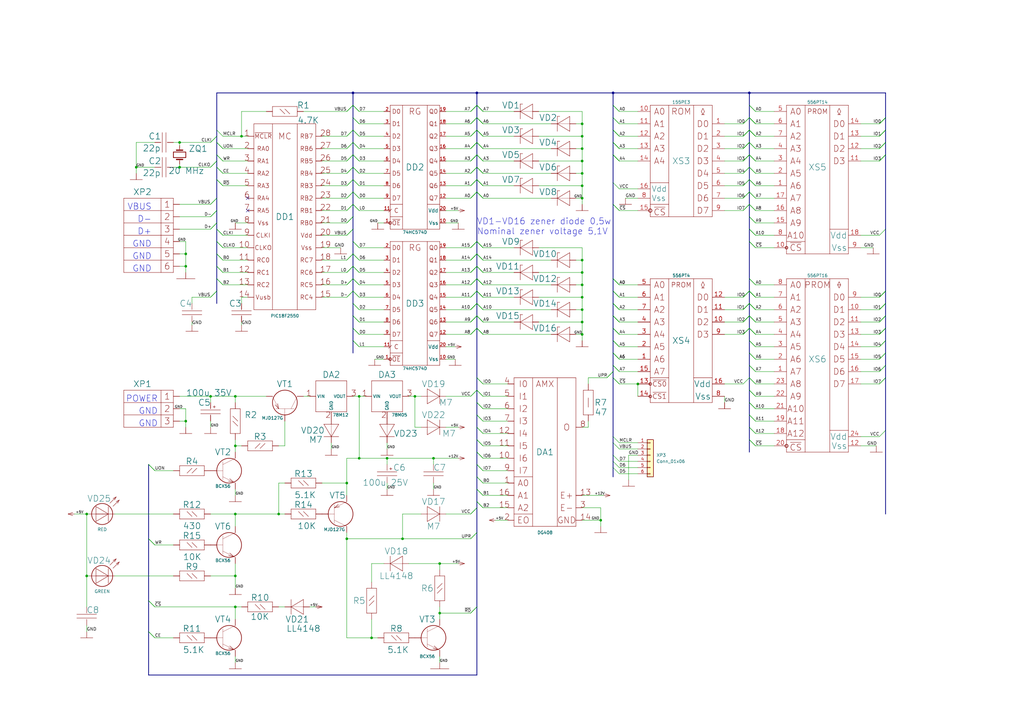
<source format=kicad_sch>
(kicad_sch (version 20211123) (generator eeschema)
  (paper "A3")
  (title_block (title "BurnRT programmer") (rev "2.4"))
  (junction (at 251.46 38.1))
  (junction (at 96.52 182.88))
  (junction (at 73.66 68.58))
  (junction (at 114.3 210.82))
  (junction (at 35.56 236.22))
  (junction (at 35.56 210.82))
  (junction (at 170.18 162.56))
  (junction (at 307.34 38.1))
  (junction (at 142.24 220.98))
  (junction (at 238.76 60.96))
  (junction (at 238.76 55.88))
  (junction (at 238.76 106.68))
  (junction (at 76.2 172.72))
  (junction (at 177.8 187.96))
  (junction (at 238.76 116.84))
  (junction (at 99.06 55.88))
  (junction (at 261.62 157.48))
  (junction (at 238.76 132.08))
  (junction (at 246.38 213.36))
  (junction (at 73.66 58.42))
  (junction (at 238.76 121.92))
  (junction (at 96.52 162.56))
  (junction (at 96.52 210.82))
  (junction (at 55.88 68.58))
  (junction (at 238.76 66.04))
  (junction (at 147.32 187.96))
  (junction (at 180.34 231.14))
  (junction (at 158.75 187.96))
  (junction (at 144.78 38.1))
  (junction (at 142.24 198.12))
  (junction (at 86.36 162.56))
  (junction (at 147.32 162.56))
  (junction (at 238.76 127))
  (junction (at 195.58 38.1))
  (junction (at 238.76 111.76))
  (junction (at 165.1 220.98))
  (junction (at 96.52 248.92))
  (junction (at 238.76 71.12))
  (junction (at 76.2 104.14))
  (junction (at 76.2 109.22))
  (junction (at 152.4 261.62))
  (junction (at 238.76 50.8))
  (junction (at 238.76 81.28))
  (junction (at 238.76 137.16))
  (junction (at 180.34 251.46))
  (junction (at 96.52 236.22))
  (junction (at 238.76 76.2))
  (no_connect (at 101.6 86.36))
  (no_connect (at 101.6 81.28))
  (bus_entry (at 147.32 55.88) (size -2.54 -2.54))
  (bus_entry (at 86.36 121.92) (size 2.54 -2.54))
  (bus_entry (at 193.04 45.72) (size 2.54 -2.54))
  (bus_entry (at 142.24 81.28) (size 2.54 -2.54))
  (bus_entry (at 91.44 106.68) (size -2.54 -2.54))
  (bus_entry (at 198.12 157.48) (size -2.54 -2.54))
  (bus_entry (at 251.46 186.69) (size 2.54 2.54))
  (bus_entry (at 147.32 142.24) (size -2.54 -2.54))
  (bus_entry (at 304.8 66.04) (size 2.54 -2.54))
  (bus_entry (at 309.88 162.56) (size -2.54 -2.54))
  (bus_entry (at 193.04 101.6) (size 2.54 -2.54))
  (bus_entry (at 193.04 101.6) (size 2.54 -2.54))
  (bus_entry (at 198.12 132.08) (size -2.54 -2.54))
  (bus_entry (at 198.12 60.96) (size -2.54 -2.54))
  (bus_entry (at 309.88 137.16) (size -2.54 -2.54))
  (bus_entry (at 360.68 60.96) (size 2.54 -2.54))
  (bus_entry (at 198.12 81.28) (size -2.54 -2.54))
  (bus_entry (at 193.04 220.98) (size 2.54 -2.54))
  (bus_entry (at 309.88 132.08) (size -2.54 -2.54))
  (bus_entry (at 304.8 121.92) (size 2.54 -2.54))
  (bus_entry (at 360.68 121.92) (size 2.54 -2.54))
  (bus_entry (at 193.04 81.28) (size 2.54 -2.54))
  (bus_entry (at 91.44 101.6) (size -2.54 -2.54))
  (bus_entry (at 254 86.36) (size -2.54 -2.54))
  (bus_entry (at 147.32 45.72) (size -2.54 -2.54))
  (bus_entry (at 309.88 177.8) (size -2.54 -2.54))
  (bus_entry (at 254 60.96) (size -2.54 -2.54))
  (bus_entry (at 193.04 210.82) (size 2.54 -2.54))
  (bus_entry (at 304.8 55.88) (size 2.54 -2.54))
  (bus_entry (at 360.68 132.08) (size 2.54 -2.54))
  (bus_entry (at 254 66.04) (size -2.54 -2.54))
  (bus_entry (at 309.88 157.48) (size -2.54 -2.54))
  (bus_entry (at 304.8 81.28) (size 2.54 -2.54))
  (bus_entry (at 193.04 60.96) (size 2.54 -2.54))
  (bus_entry (at 304.8 127) (size 2.54 -2.54))
  (bus_entry (at 142.24 55.88) (size 2.54 -2.54))
  (bus_entry (at 198.12 167.64) (size -2.54 -2.54))
  (bus_entry (at 198.12 177.8) (size -2.54 -2.54))
  (bus_entry (at 198.12 106.68) (size -2.54 -2.54))
  (bus_entry (at 254 147.32) (size -2.54 -2.54))
  (bus_entry (at 309.88 121.92) (size -2.54 -2.54))
  (bus_entry (at 198.12 66.04) (size -2.54 -2.54))
  (bus_entry (at 198.12 172.72) (size -2.54 -2.54))
  (bus_entry (at 198.12 127) (size -2.54 -2.54))
  (bus_entry (at 147.32 137.16) (size -2.54 -2.54))
  (bus_entry (at 193.04 132.08) (size 2.54 -2.54))
  (bus_entry (at 304.8 81.28) (size 2.54 -2.54))
  (bus_entry (at 86.36 88.9) (size 2.54 -2.54))
  (bus_entry (at 304.8 157.48) (size 2.54 -2.54))
  (bus_entry (at 198.12 50.8) (size -2.54 -2.54))
  (bus_entry (at 86.36 88.9) (size 2.54 -2.54))
  (bus_entry (at 193.04 111.76) (size 2.54 -2.54))
  (bus_entry (at 193.04 60.96) (size 2.54 -2.54))
  (bus_entry (at 309.88 45.72) (size -2.54 -2.54))
  (bus_entry (at 309.88 71.12) (size -2.54 -2.54))
  (bus_entry (at 147.32 137.16) (size -2.54 -2.54))
  (bus_entry (at 309.88 86.36) (size -2.54 -2.54))
  (bus_entry (at 304.8 55.88) (size 2.54 -2.54))
  (bus_entry (at 309.88 142.24) (size -2.54 -2.54))
  (bus_entry (at 198.12 106.68) (size -2.54 -2.54))
  (bus_entry (at 309.88 55.88) (size -2.54 -2.54))
  (bus_entry (at 193.04 127) (size 2.54 -2.54))
  (bus_entry (at 198.12 132.08) (size -2.54 -2.54))
  (bus_entry (at 193.04 251.46) (size 2.54 -2.54))
  (bus_entry (at 142.24 111.76) (size 2.54 -2.54))
  (bus_entry (at 309.88 60.96) (size -2.54 -2.54))
  (bus_entry (at 142.24 106.68) (size 2.54 -2.54))
  (bus_entry (at 147.32 111.76) (size -2.54 -2.54))
  (bus_entry (at 360.68 66.04) (size 2.54 -2.54))
  (bus_entry (at 360.68 60.96) (size 2.54 -2.54))
  (bus_entry (at 304.8 60.96) (size 2.54 -2.54))
  (bus_entry (at 198.12 127) (size -2.54 -2.54))
  (bus_entry (at 63.5 193.04) (size -2.54 -2.54))
  (bus_entry (at 360.68 132.08) (size 2.54 -2.54))
  (bus_entry (at 198.12 157.48) (size -2.54 -2.54))
  (bus_entry (at 360.68 96.52) (size 2.54 -2.54))
  (bus_entry (at 147.32 86.36) (size -2.54 -2.54))
  (bus_entry (at 193.04 121.92) (size 2.54 -2.54))
  (bus_entry (at 142.24 111.76) (size 2.54 -2.54))
  (bus_entry (at 193.04 101.6) (size 2.54 -2.54))
  (bus_entry (at 63.5 223.52) (size -2.54 -2.54))
  (bus_entry (at 304.8 71.12) (size 2.54 -2.54))
  (bus_entry (at 254 132.08) (size -2.54 -2.54))
  (bus_entry (at 86.36 58.42) (size 2.54 -2.54))
  (bus_entry (at 309.88 157.48) (size -2.54 -2.54))
  (bus_entry (at 91.44 66.04) (size -2.54 -2.54))
  (bus_entry (at 304.8 121.92) (size 2.54 -2.54))
  (bus_entry (at 193.04 71.12) (size 2.54 -2.54))
  (bus_entry (at 198.12 187.96) (size -2.54 -2.54))
  (bus_entry (at 304.8 66.04) (size 2.54 -2.54))
  (bus_entry (at 147.32 101.6) (size -2.54 -2.54))
  (bus_entry (at 193.04 116.84) (size 2.54 -2.54))
  (bus_entry (at 254 127) (size -2.54 -2.54))
  (bus_entry (at 198.12 198.12) (size -2.54 -2.54))
  (bus_entry (at 309.88 147.32) (size -2.54 -2.54))
  (bus_entry (at 360.68 121.92) (size 2.54 -2.54))
  (bus_entry (at 198.12 187.96) (size -2.54 -2.54))
  (bus_entry (at 193.04 210.82) (size 2.54 -2.54))
  (bus_entry (at 193.04 45.72) (size 2.54 -2.54))
  (bus_entry (at 309.88 76.2) (size -2.54 -2.54))
  (bus_entry (at 86.36 68.58) (size 2.54 -2.54))
  (bus_entry (at 88.9 53.34) (size 2.54 2.54))
  (bus_entry (at 248.92 154.94) (size 2.54 -2.54))
  (bus_entry (at 147.32 111.76) (size -2.54 -2.54))
  (bus_entry (at 198.12 137.16) (size -2.54 -2.54))
  (bus_entry (at 147.32 81.28) (size -2.54 -2.54))
  (bus_entry (at 198.12 55.88) (size -2.54 -2.54))
  (bus_entry (at 309.88 152.4) (size -2.54 -2.54))
  (bus_entry (at 142.24 116.84) (size 2.54 -2.54))
  (bus_entry (at 147.32 71.12) (size -2.54 -2.54))
  (bus_entry (at 142.24 60.96) (size 2.54 -2.54))
  (bus_entry (at 198.12 50.8) (size -2.54 -2.54))
  (bus_entry (at 91.44 111.76) (size -2.54 -2.54))
  (bus_entry (at 193.04 71.12) (size 2.54 -2.54))
  (bus_entry (at 254 121.92) (size -2.54 -2.54))
  (bus_entry (at 360.68 157.48) (size 2.54 -2.54))
  (bus_entry (at 193.04 66.04) (size 2.54 -2.54))
  (bus_entry (at 309.88 182.88) (size -2.54 -2.54))
  (bus_entry (at 304.8 137.16) (size 2.54 -2.54))
  (bus_entry (at 254 127) (size -2.54 -2.54))
  (bus_entry (at 91.44 66.04) (size -2.54 -2.54))
  (bus_entry (at 193.04 50.8) (size 2.54 -2.54))
  (bus_entry (at 254 157.48) (size -2.54 -2.54))
  (bus_entry (at 254 157.48) (size -2.54 -2.54))
  (bus_entry (at 304.8 132.08) (size 2.54 -2.54))
  (bus_entry (at 198.12 60.96) (size -2.54 -2.54))
  (bus_entry (at 193.04 132.08) (size 2.54 -2.54))
  (bus_entry (at 147.32 81.28) (size -2.54 -2.54))
  (bus_entry (at 304.8 71.12) (size 2.54 -2.54))
  (bus_entry (at 63.5 248.92) (size -2.54 -2.54))
  (bus_entry (at 309.88 60.96) (size -2.54 -2.54))
  (bus_entry (at 304.8 60.96) (size 2.54 -2.54))
  (bus_entry (at 254 147.32) (size -2.54 -2.54))
  (bus_entry (at 91.44 111.76) (size -2.54 -2.54))
  (bus_entry (at 254 121.92) (size -2.54 -2.54))
  (bus_entry (at 254 66.04) (size -2.54 -2.54))
  (bus_entry (at 147.32 142.24) (size -2.54 -2.54))
  (bus_entry (at 86.36 121.92) (size 2.54 -2.54))
  (bus_entry (at 309.88 137.16) (size -2.54 -2.54))
  (bus_entry (at 147.32 55.88) (size -2.54 -2.54))
  (bus_entry (at 198.12 121.92) (size -2.54 -2.54))
  (bus_entry (at 309.88 96.52) (size -2.54 -2.54))
  (bus_entry (at 193.04 116.84) (size 2.54 -2.54))
  (bus_entry (at 360.68 132.08) (size 2.54 -2.54))
  (bus_entry (at 142.24 66.04) (size 2.54 -2.54))
  (bus_entry (at 309.88 127) (size -2.54 -2.54))
  (bus_entry (at 198.12 203.2) (size -2.54 -2.54))
  (bus_entry (at 360.68 179.07) (size 2.54 -2.54))
  (bus_entry (at 147.32 101.6) (size -2.54 -2.54))
  (bus_entry (at 309.88 86.36) (size -2.54 -2.54))
  (bus_entry (at 254 55.88) (size -2.54 -2.54))
  (bus_entry (at 254 60.96) (size -2.54 -2.54))
  (bus_entry (at 254 137.16) (size -2.54 -2.54))
  (bus_entry (at 63.5 248.92) (size -2.54 -2.54))
  (bus_entry (at 309.88 50.8) (size -2.54 -2.54))
  (bus_entry (at 198.12 50.8) (size -2.54 -2.54))
  (bus_entry (at 254 86.36) (size -2.54 -2.54))
  (bus_entry (at 193.04 132.08) (size 2.54 -2.54))
  (bus_entry (at 304.8 132.08) (size 2.54 -2.54))
  (bus_entry (at 309.88 142.24) (size -2.54 -2.54))
  (bus_entry (at 309.88 177.8) (size -2.54 -2.54))
  (bus_entry (at 309.88 66.04) (size -2.54 -2.54))
  (bus_entry (at 254 55.88) (size -2.54 -2.54))
  (bus_entry (at 193.04 66.04) (size 2.54 -2.54))
  (bus_entry (at 142.24 66.04) (size 2.54 -2.54))
  (bus_entry (at 360.68 50.8) (size 2.54 -2.54))
  (bus_entry (at 251.46 181.61) (size 2.54 2.54))
  (bus_entry (at 193.04 55.88) (size 2.54 -2.54))
  (bus_entry (at 142.24 86.36) (size 2.54 -2.54))
  (bus_entry (at 198.12 182.88) (size -2.54 -2.54))
  (bus_entry (at 198.12 111.76) (size -2.54 -2.54))
  (bus_entry (at 198.12 45.72) (size -2.54 -2.54))
  (bus_entry (at 254 152.4) (size -2.54 -2.54))
  (bus_entry (at 193.04 137.16) (size 2.54 -2.54))
  (bus_entry (at 193.04 116.84) (size 2.54 -2.54))
  (bus_entry (at 193.04 76.2) (size 2.54 -2.54))
  (bus_entry (at 198.12 81.28) (size -2.54 -2.54))
  (bus_entry (at 360.68 157.48) (size 2.54 -2.54))
  (bus_entry (at 309.88 71.12) (size -2.54 -2.54))
  (bus_entry (at 198.12 137.16) (size -2.54 -2.54))
  (bus_entry (at 193.04 127) (size 2.54 -2.54))
  (bus_entry (at 91.44 96.52) (size -2.54 -2.54))
  (bus_entry (at 304.8 76.2) (size 2.54 -2.54))
  (bus_entry (at 304.8 60.96) (size 2.54 -2.54))
  (bus_entry (at 198.12 66.04) (size -2.54 -2.54))
  (bus_entry (at 304.8 50.8) (size 2.54 -2.54))
  (bus_entry (at 254 60.96) (size -2.54 -2.54))
  (bus_entry (at 304.8 76.2) (size 2.54 -2.54))
  (bus_entry (at 142.24 91.44) (size 2.54 -2.54))
  (bus_entry (at 304.8 86.36) (size 2.54 -2.54))
  (bus_entry (at 360.68 142.24) (size 2.54 -2.54))
  (bus_entry (at 142.24 76.2) (size 2.54 -2.54))
  (bus_entry (at 304.8 132.08) (size 2.54 -2.54))
  (bus_entry (at 91.44 116.84) (size -2.54 -2.54))
  (bus_entry (at 309.88 127) (size -2.54 -2.54))
  (bus_entry (at 309.88 172.72) (size -2.54 -2.54))
  (bus_entry (at 360.68 147.32) (size 2.54 -2.54))
  (bus_entry (at 198.12 116.84) (size -2.54 -2.54))
  (bus_entry (at 142.24 45.72) (size 2.54 -2.54))
  (bus_entry (at 147.32 86.36) (size -2.54 -2.54))
  (bus_entry (at 360.68 55.88) (size 2.54 -2.54))
  (bus_entry (at 63.5 261.62) (size -2.54 -2.54))
  (bus_entry (at 193.04 50.8) (size 2.54 -2.54))
  (bus_entry (at 193.04 111.76) (size 2.54 -2.54))
  (bus_entry (at 198.12 76.2) (size -2.54 -2.54))
  (bus_entry (at 198.12 193.04) (size -2.54 -2.54))
  (bus_entry (at 142.24 81.28) (size 2.54 -2.54))
  (bus_entry (at 86.36 58.42) (size 2.54 -2.54))
  (bus_entry (at 147.32 50.8) (size -2.54 -2.54))
  (bus_entry (at 360.68 147.32) (size 2.54 -2.54))
  (bus_entry (at 304.8 66.04) (size 2.54 -2.54))
  (bus_entry (at 254 132.08) (size -2.54 -2.54))
  (bus_entry (at 91.44 71.12) (size -2.54 -2.54))
  (bus_entry (at 142.24 121.92) (size 2.54 -2.54))
  (bus_entry (at 309.88 101.6) (size -2.54 -2.54))
  (bus_entry (at 193.04 55.88) (size 2.54 -2.54))
  (bus_entry (at 147.32 71.12) (size -2.54 -2.54))
  (bus_entry (at 142.24 71.12) (size 2.54 -2.54))
  (bus_entry (at 309.88 55.88) (size -2.54 -2.54))
  (bus_entry (at 63.5 261.62) (size -2.54 -2.54))
  (bus_entry (at 193.04 137.16) (size 2.54 -2.54))
  (bus_entry (at 254 137.16) (size -2.54 -2.54))
  (bus_entry (at 254 121.92) (size -2.54 -2.54))
  (bus_entry (at 309.88 162.56) (size -2.54 -2.54))
  (bus_entry (at 254 50.8) (size -2.54 -2.54))
  (bus_entry (at 193.04 137.16) (size 2.54 -2.54))
  (bus_entry (at 198.12 45.72) (size -2.54 -2.54))
  (bus_entry (at 193.04 121.92) (size 2.54 -2.54))
  (bus_entry (at 309.88 137.16) (size -2.54 -2.54))
  (bus_entry (at 142.24 121.92) (size 2.54 -2.54))
  (bus_entry (at 142.24 116.84) (size 2.54 -2.54))
  (bus_entry (at 198.12 208.28) (size -2.54 -2.54))
  (bus_entry (at 309.88 121.92) (size -2.54 -2.54))
  (bus_entry (at 360.68 55.88) (size 2.54 -2.54))
  (bus_entry (at 198.12 132.08) (size -2.54 -2.54))
  (bus_entry (at 86.36 68.58) (size 2.54 -2.54))
  (bus_entry (at 198.12 116.84) (size -2.54 -2.54))
  (bus_entry (at 309.88 172.72) (size -2.54 -2.54))
  (bus_entry (at 193.04 50.8) (size 2.54 -2.54))
  (bus_entry (at 198.12 101.6) (size -2.54 -2.54))
  (bus_entry (at 198.12 208.28) (size -2.54 -2.54))
  (bus_entry (at 254 142.24) (size -2.54 -2.54))
  (bus_entry (at 193.04 162.56) (size 2.54 -2.54))
  (bus_entry (at 251.46 74.93) (size 2.54 2.54))
  (bus_entry (at 198.12 106.68) (size -2.54 -2.54))
  (bus_entry (at 254 50.8) (size -2.54 -2.54))
  (bus_entry (at 254 152.4) (size -2.54 -2.54))
  (bus_entry (at 193.04 106.68) (size 2.54 -2.54))
  (bus_entry (at 147.32 106.68) (size -2.54 -2.54))
  (bus_entry (at 147.32 50.8) (size -2.54 -2.54))
  (bus_entry (at 360.68 60.96) (size 2.54 -2.54))
  (bus_entry (at 198.12 66.04) (size -2.54 -2.54))
  (bus_entry (at 198.12 55.88) (size -2.54 -2.54))
  (bus_entry (at 91.44 60.96) (size -2.54 -2.54))
  (bus_entry (at 309.88 182.88) (size -2.54 -2.54))
  (bus_entry (at 198.12 137.16) (size -2.54 -2.54))
  (bus_entry (at 91.44 96.52) (size -2.54 -2.54))
  (bus_entry (at 309.88 132.08) (size -2.54 -2.54))
  (bus_entry (at 147.32 76.2) (size -2.54 -2.54))
  (bus_entry (at 147.32 45.72) (size -2.54 -2.54))
  (bus_entry (at 193.04 55.88) (size 2.54 -2.54))
  (bus_entry (at 198.12 172.72) (size -2.54 -2.54))
  (bus_entry (at 309.88 121.92) (size -2.54 -2.54))
  (bus_entry (at 142.24 60.96) (size 2.54 -2.54))
  (bus_entry (at 91.44 76.2) (size -2.54 -2.54))
  (bus_entry (at 254 45.72) (size -2.54 -2.54))
  (bus_entry (at 198.12 198.12) (size -2.54 -2.54))
  (bus_entry (at 309.88 167.64) (size -2.54 -2.54))
  (bus_entry (at 86.36 93.98) (size 2.54 -2.54))
  (bus_entry (at 309.88 45.72) (size -2.54 -2.54))
  (bus_entry (at 198.12 71.12) (size -2.54 -2.54))
  (bus_entry (at 86.36 83.82) (size 2.54 -2.54))
  (bus_entry (at 309.88 81.28) (size -2.54 -2.54))
  (bus_entry (at 304.8 86.36) (size 2.54 -2.54))
  (bus_entry (at 147.32 132.08) (size -2.54 -2.54))
  (bus_entry (at 147.32 121.92) (size -2.54 -2.54))
  (bus_entry (at 360.68 137.16) (size 2.54 -2.54))
  (bus_entry (at 360.68 66.04) (size 2.54 -2.54))
  (bus_entry (at 147.32 127) (size -2.54 -2.54))
  (bus_entry (at 147.32 127) (size -2.54 -2.54))
  (bus_entry (at 193.04 251.46) (size 2.54 -2.54))
  (bus_entry (at 304.8 121.92) (size 2.54 -2.54))
  (bus_entry (at 198.12 101.6) (size -2.54 -2.54))
  (bus_entry (at 147.32 66.04) (size -2.54 -2.54))
  (bus_entry (at 193.04 66.04) (size 2.54 -2.54))
  (bus_entry (at 198.12 121.92) (size -2.54 -2.54))
  (bus_entry (at 309.88 116.84) (size -2.54 -2.54))
  (bus_entry (at 142.24 96.52) (size 2.54 -2.54))
  (bus_entry (at 254 66.04) (size -2.54 -2.54))
  (bus_entry (at 309.88 127) (size -2.54 -2.54))
  (bus_entry (at 198.12 193.04) (size -2.54 -2.54))
  (bus_entry (at 304.8 50.8) (size 2.54 -2.54))
  (bus_entry (at 304.8 137.16) (size 2.54 -2.54))
  (bus_entry (at 254 132.08) (size -2.54 -2.54))
  (bus_entry (at 193.04 106.68) (size 2.54 -2.54))
  (bus_entry (at 198.12 60.96) (size -2.54 -2.54))
  (bus_entry (at 193.04 106.68) (size 2.54 -2.54))
  (bus_entry (at 309.88 50.8) (size -2.54 -2.54))
  (bus_entry (at 360.68 127) (size 2.54 -2.54))
  (bus_entry (at 147.32 76.2) (size -2.54 -2.54))
  (bus_entry (at 193.04 60.96) (size 2.54 -2.54))
  (bus_entry (at 309.88 50.8) (size -2.54 -2.54))
  (bus_entry (at 360.68 55.88) (size 2.54 -2.54))
  (bus_entry (at 254 127) (size -2.54 -2.54))
  (bus_entry (at 198.12 167.64) (size -2.54 -2.54))
  (bus_entry (at 63.5 193.04) (size -2.54 -2.54))
  (bus_entry (at 254 142.24) (size -2.54 -2.54))
  (bus_entry (at 309.88 101.6) (size -2.54 -2.54))
  (bus_entry (at 304.8 55.88) (size 2.54 -2.54))
  (bus_entry (at 360.68 152.4) (size 2.54 -2.54))
  (bus_entry (at 193.04 71.12) (size 2.54 -2.54))
  (bus_entry (at 198.12 81.28) (size -2.54 -2.54))
  (bus_entry (at 360.68 121.92) (size 2.54 -2.54))
  (bus_entry (at 198.12 111.76) (size -2.54 -2.54))
  (bus_entry (at 251.46 179.07) (size 2.54 2.54))
  (bus_entry (at 304.8 127) (size 2.54 -2.54))
  (bus_entry (at 193.04 76.2) (size 2.54 -2.54))
  (bus_entry (at 198.12 182.88) (size -2.54 -2.54))
  (bus_entry (at 142.24 71.12) (size 2.54 -2.54))
  (bus_entry (at 360.68 152.4) (size 2.54 -2.54))
  (bus_entry (at 309.88 132.08) (size -2.54 -2.54))
  (bus_entry (at 251.46 189.23) (size 2.54 2.54))
  (bus_entry (at 254 116.84) (size -2.54 -2.54))
  (bus_entry (at 360.68 127) (size 2.54 -2.54))
  (bus_entry (at 198.12 121.92) (size -2.54 -2.54))
  (bus_entry (at 147.32 60.96) (size -2.54 -2.54))
  (bus_entry (at 198.12 71.12) (size -2.54 -2.54))
  (bus_entry (at 193.04 45.72) (size 2.54 -2.54))
  (bus_entry (at 309.88 91.44) (size -2.54 -2.54))
  (bus_entry (at 91.44 76.2) (size -2.54 -2.54))
  (bus_entry (at 142.24 91.44) (size 2.54 -2.54))
  (bus_entry (at 147.32 60.96) (size -2.54 -2.54))
  (bus_entry (at 193.04 220.98) (size 2.54 -2.54))
  (bus_entry (at 198.12 162.56) (size -2.54 -2.54))
  (bus_entry (at 198.12 76.2) (size -2.54 -2.54))
  (bus_entry (at 248.92 154.94) (size 2.54 -2.54))
  (bus_entry (at 198.12 203.2) (size -2.54 -2.54))
  (bus_entry (at 198.12 177.8) (size -2.54 -2.54))
  (bus_entry (at 309.88 66.04) (size -2.54 -2.54))
  (bus_entry (at 309.88 66.04) (size -2.54 -2.54))
  (bus_entry (at 309.88 152.4) (size -2.54 -2.54))
  (bus_entry (at 254 45.72) (size -2.54 -2.54))
  (bus_entry (at 198.12 127) (size -2.54 -2.54))
  (bus_entry (at 147.32 116.84) (size -2.54 -2.54))
  (bus_entry (at 142.24 76.2) (size 2.54 -2.54))
  (bus_entry (at 198.12 116.84) (size -2.54 -2.54))
  (bus_entry (at 193.04 81.28) (size 2.54 -2.54))
  (bus_entry (at 254 116.84) (size -2.54 -2.54))
  (bus_entry (at 193.04 81.28) (size 2.54 -2.54))
  (bus_entry (at 251.46 191.77) (size 2.54 2.54))
  (bus_entry (at 198.12 76.2) (size -2.54 -2.54))
  (bus_entry (at 142.24 86.36) (size 2.54 -2.54))
  (bus_entry (at 309.88 55.88) (size -2.54 -2.54))
  (bus_entry (at 309.88 167.64) (size -2.54 -2.54))
  (bus_entry (at 198.12 101.6) (size -2.54 -2.54))
  (bus_entry (at 86.36 93.98) (size 2.54 -2.54))
  (bus_entry (at 360.68 50.8) (size 2.54 -2.54))
  (bus_entry (at 309.88 76.2) (size -2.54 -2.54))
  (bus_entry (at 304.8 137.16) (size 2.54 -2.54))
  (bus_entry (at 142.24 55.88) (size 2.54 -2.54))
  (bus_entry (at 198.12 71.12) (size -2.54 -2.54))
  (bus_entry (at 360.68 142.24) (size 2.54 -2.54))
  (bus_entry (at 63.5 223.52) (size -2.54 -2.54))
  (bus_entry (at 91.44 71.12) (size -2.54 -2.54))
  (bus_entry (at 309.88 81.28) (size -2.54 -2.54))
  (bus_entry (at 254 116.84) (size -2.54 -2.54))
  (bus_entry (at 142.24 106.68) (size 2.54 -2.54))
  (bus_entry (at 193.04 111.76) (size 2.54 -2.54))
  (bus_entry (at 193.04 127) (size 2.54 -2.54))
  (bus_entry (at 193.04 162.56) (size 2.54 -2.54))
  (bus_entry (at 309.88 116.84) (size -2.54 -2.54))
  (bus_entry (at 304.8 127) (size 2.54 -2.54))
  (bus_entry (at 193.04 121.92) (size 2.54 -2.54))
  (bus_entry (at 309.88 147.32) (size -2.54 -2.54))
  (bus_entry (at 254 137.16) (size -2.54 -2.54))
  (bus_entry (at 360.68 137.16) (size 2.54 -2.54))
  (bus_entry (at 193.04 76.2) (size 2.54 -2.54))
  (bus_entry (at 198.12 45.72) (size -2.54 -2.54))
  (bus_entry (at 360.68 50.8) (size 2.54 -2.54))
  (bus_entry (at 198.12 111.76) (size -2.54 -2.54))
  (bus_entry (at 147.32 132.08) (size -2.54 -2.54))
  (bus_entry (at 198.12 162.56) (size -2.54 -2.54))
  (bus_entry (at 360.68 66.04) (size 2.54 -2.54))
  (bus_entry (at 254 147.32) (size -2.54 -2.54))
  (bus_entry (at 360.68 127) (size 2.54 -2.54))
  (bus_entry (at 360.68 137.16) (size 2.54 -2.54))
  (bus_entry (at 142.24 96.52) (size 2.54 -2.54))
  (bus_entry (at 86.36 83.82) (size 2.54 -2.54))
  (bus_entry (at 142.24 45.72) (size 2.54 -2.54))
  (bus_entry (at 254 55.88) (size -2.54 -2.54))
  (bus_entry (at 147.32 121.92) (size -2.54 -2.54))
  (bus_entry (at 147.32 66.04) (size -2.54 -2.54))
  (bus_entry (at 309.88 91.44) (size -2.54 -2.54))
  (bus_entry (at 91.44 101.6) (size -2.54 -2.54))
  (bus_entry (at 91.44 60.96) (size -2.54 -2.54))
  (bus_entry (at 309.88 96.52) (size -2.54 -2.54))
  (bus_entry (at 254 142.24) (size -2.54 -2.54))
  (bus_entry (at 91.44 106.68) (size -2.54 -2.54))
  (bus_entry (at 198.12 55.88) (size -2.54 -2.54))
  (bus_entry (at 147.32 116.84) (size -2.54 -2.54))
  (bus_entry (at 147.32 106.68) (size -2.54 -2.54))
  (bus_entry (at 91.44 116.84) (size -2.54 -2.54))
  (wire (pts (xy 241.3 175.26) (xy 241.3 172.72)))
  (wire (pts (xy 220.98 76.2) (xy 238.76 76.2)))
  (bus (pts (xy 251.46 139.7) (xy 251.46 144.78)))
  (bus (pts (xy 88.9 66.04) (xy 88.9 63.5)))
  (wire (pts (xy 182.88 66.04) (xy 193.04 66.04)))
  (bus (pts (xy 88.9 63.5) (xy 88.9 58.42)))
  (bus (pts (xy 363.22 149.86) (xy 363.22 154.94)))
  (wire (pts (xy 257.81 186.69) (xy 261.62 186.69)))
  (bus (pts (xy 307.34 58.42) (xy 307.34 53.34)))
  (wire (pts (xy 353.06 157.48) (xy 360.68 157.48)))
  (bus (pts (xy 195.58 205.74) (xy 195.58 200.66)))
  (bus (pts (xy 88.9 114.3) (xy 88.9 109.22)))
  (wire (pts (xy 91.44 96.52) (xy 101.6 96.52)))
  (wire (pts (xy 198.12 101.6) (xy 210.82 101.6)))
  (wire (pts (xy 353.06 66.04) (xy 360.68 66.04)))
  (bus (pts (xy 307.34 88.9) (xy 307.34 83.82)))
  (wire (pts (xy 236.22 81.28) (xy 238.76 81.28)))
  (wire (pts (xy 198.12 116.84) (xy 226.06 116.84)))
  (wire (pts (xy 99.06 133.35) (xy 99.06 132.08)))
  (wire (pts (xy 353.06 182.88) (xy 359.41 182.88)))
  (wire (pts (xy 73.66 83.82) (xy 86.36 83.82)))
  (wire (pts (xy 147.32 162.56) (xy 147.32 187.96)))
  (wire (pts (xy 73.66 68.58) (xy 86.36 68.58)))
  (wire (pts (xy 238.76 121.92) (xy 238.76 127)))
  (wire (pts (xy 91.44 116.84) (xy 101.6 116.84)))
  (wire (pts (xy 147.32 81.28) (xy 157.48 81.28)))
  (bus (pts (xy 307.34 149.86) (xy 307.34 144.78)))
  (wire (pts (xy 35.56 259.08) (xy 35.56 256.54)))
  (wire (pts (xy 180.34 251.46) (xy 180.34 248.92)))
  (bus (pts (xy 60.96 220.98) (xy 60.96 246.38)))
  (wire (pts (xy 198.12 177.8) (xy 208.28 177.8)))
  (bus (pts (xy 144.78 38.1) (xy 88.9 38.1)))
  (wire (pts (xy 78.74 121.92) (xy 86.36 121.92)))
  (wire (pts (xy 167.64 162.56) (xy 170.18 162.56)))
  (wire (pts (xy 297.18 127) (xy 304.8 127)))
  (wire (pts (xy 96.52 248.92) (xy 99.06 248.92)))
  (wire (pts (xy 96.52 236.22) (xy 96.52 231.14)))
  (bus (pts (xy 144.78 43.18) (xy 144.78 38.1)))
  (wire (pts (xy 142.24 220.98) (xy 142.24 261.62)))
  (wire (pts (xy 353.06 55.88) (xy 360.68 55.88)))
  (bus (pts (xy 195.58 180.34) (xy 195.58 175.26)))
  (wire (pts (xy 139.7 101.6) (xy 132.08 101.6)))
  (wire (pts (xy 73.66 67.31) (xy 73.66 68.58)))
  (wire (pts (xy 353.06 101.6) (xy 358.14 101.6)))
  (bus (pts (xy 363.22 139.7) (xy 363.22 144.78)))
  (wire (pts (xy 96.52 162.56) (xy 86.36 162.56)))
  (bus (pts (xy 307.34 180.34) (xy 307.34 175.26)))
  (wire (pts (xy 132.08 116.84) (xy 142.24 116.84)))
  (bus (pts (xy 307.34 114.3) (xy 307.34 99.06)))
  (wire (pts (xy 309.88 142.24) (xy 317.5 142.24)))
  (bus (pts (xy 60.96 190.5) (xy 60.96 220.98)))
  (wire (pts (xy 124.46 162.56) (xy 127 162.56)))
  (wire (pts (xy 154.94 91.44) (xy 157.48 91.44)))
  (bus (pts (xy 195.58 129.54) (xy 195.58 124.46)))
  (bus (pts (xy 251.46 179.07) (xy 251.46 181.61)))
  (bus (pts (xy 144.78 139.7) (xy 144.78 134.62)))
  (wire (pts (xy 238.76 137.16) (xy 238.76 139.7)))
  (bus (pts (xy 251.46 48.26) (xy 251.46 43.18)))
  (wire (pts (xy 198.12 66.04) (xy 210.82 66.04)))
  (bus (pts (xy 363.22 48.26) (xy 363.22 53.34)))
  (wire (pts (xy 132.08 86.36) (xy 142.24 86.36)))
  (wire (pts (xy 297.18 121.92) (xy 304.8 121.92)))
  (wire (pts (xy 158.75 181.61) (xy 158.75 184.15)))
  (wire (pts (xy 55.88 58.42) (xy 55.88 68.58)))
  (wire (pts (xy 142.24 198.12) (xy 132.08 198.12)))
  (bus (pts (xy 195.58 114.3) (xy 195.58 109.22)))
  (wire (pts (xy 198.12 127) (xy 226.06 127)))
  (wire (pts (xy 309.88 55.88) (xy 317.5 55.88)))
  (wire (pts (xy 254 191.77) (xy 261.62 191.77)))
  (wire (pts (xy 158.75 187.96) (xy 147.32 187.96)))
  (wire (pts (xy 182.88 127) (xy 193.04 127)))
  (wire (pts (xy 246.38 213.36) (xy 246.38 215.9)))
  (wire (pts (xy 180.34 233.68) (xy 180.34 231.14)))
  (wire (pts (xy 109.22 45.72) (xy 99.06 45.72)))
  (wire (pts (xy 157.48 147.32) (xy 153.67 147.32)))
  (bus (pts (xy 195.58 185.42) (xy 195.58 180.34)))
  (wire (pts (xy 254 50.8) (xy 261.62 50.8)))
  (bus (pts (xy 363.22 58.42) (xy 363.22 63.5)))
  (wire (pts (xy 238.76 71.12) (xy 238.76 76.2)))
  (wire (pts (xy 147.32 162.56) (xy 149.86 162.56)))
  (wire (pts (xy 147.32 86.36) (xy 157.48 86.36)))
  (wire (pts (xy 177.8 187.96) (xy 187.96 187.96)))
  (bus (pts (xy 307.34 170.18) (xy 307.34 165.1)))
  (wire (pts (xy 353.06 96.52) (xy 360.68 96.52)))
  (bus (pts (xy 195.58 43.18) (xy 195.58 38.1)))
  (bus (pts (xy 195.58 78.74) (xy 195.58 73.66)))
  (wire (pts (xy 86.36 236.22) (xy 96.52 236.22)))
  (wire (pts (xy 76.2 172.72) (xy 76.2 175.26)))
  (wire (pts (xy 86.36 165.1) (xy 86.36 162.56)))
  (bus (pts (xy 195.58 58.42) (xy 195.58 53.34)))
  (bus (pts (xy 195.58 248.92) (xy 195.58 276.86)))
  (wire (pts (xy 99.06 45.72) (xy 99.06 55.88)))
  (wire (pts (xy 165.1 220.98) (xy 142.24 220.98)))
  (bus (pts (xy 195.58 73.66) (xy 195.58 68.58)))
  (bus (pts (xy 195.58 208.28) (xy 195.58 205.74)))
  (wire (pts (xy 165.1 220.98) (xy 193.04 220.98)))
  (wire (pts (xy 297.18 50.8) (xy 304.8 50.8)))
  (wire (pts (xy 297.18 76.2) (xy 304.8 76.2)))
  (wire (pts (xy 96.52 180.34) (xy 96.52 182.88)))
  (wire (pts (xy 238.76 81.28) (xy 238.76 83.82)))
  (bus (pts (xy 195.58 200.66) (xy 195.58 195.58)))
  (bus (pts (xy 251.46 191.77) (xy 251.46 195.58)))
  (wire (pts (xy 99.06 182.88) (xy 96.52 182.88)))
  (wire (pts (xy 182.88 142.24) (xy 186.69 142.24)))
  (bus (pts (xy 307.34 38.1) (xy 363.22 38.1)))
  (bus (pts (xy 195.58 195.58) (xy 195.58 190.5)))
  (wire (pts (xy 238.76 55.88) (xy 238.76 60.96)))
  (wire (pts (xy 353.06 60.96) (xy 360.68 60.96)))
  (wire (pts (xy 220.98 55.88) (xy 238.76 55.88)))
  (bus (pts (xy 195.58 175.26) (xy 195.58 170.18)))
  (bus (pts (xy 195.58 63.5) (xy 195.58 58.42)))
  (wire (pts (xy 297.18 60.96) (xy 304.8 60.96)))
  (bus (pts (xy 195.58 68.58) (xy 195.58 63.5)))
  (wire (pts (xy 238.76 106.68) (xy 238.76 111.76)))
  (bus (pts (xy 251.46 152.4) (xy 251.46 154.94)))
  (wire (pts (xy 309.88 137.16) (xy 317.5 137.16)))
  (wire (pts (xy 182.88 91.44) (xy 187.96 91.44)))
  (wire (pts (xy 182.88 45.72) (xy 193.04 45.72)))
  (wire (pts (xy 309.88 132.08) (xy 317.5 132.08)))
  (bus (pts (xy 307.34 154.94) (xy 307.34 149.86)))
  (bus (pts (xy 144.78 53.34) (xy 144.78 48.26)))
  (wire (pts (xy 147.32 60.96) (xy 157.48 60.96)))
  (bus (pts (xy 144.78 88.9) (xy 144.78 83.82)))
  (bus (pts (xy 251.46 48.26) (xy 251.46 53.34)))
  (wire (pts (xy 297.18 55.88) (xy 304.8 55.88)))
  (wire (pts (xy 142.24 198.12) (xy 142.24 187.96)))
  (wire (pts (xy 198.12 162.56) (xy 208.28 162.56)))
  (wire (pts (xy 91.44 106.68) (xy 101.6 106.68)))
  (wire (pts (xy 76.2 109.22) (xy 76.2 111.76)))
  (bus (pts (xy 307.34 175.26) (xy 307.34 170.18)))
  (wire (pts (xy 182.88 175.26) (xy 187.96 175.26)))
  (wire (pts (xy 182.88 81.28) (xy 193.04 81.28)))
  (wire (pts (xy 147.32 116.84) (xy 157.48 116.84)))
  (wire (pts (xy 91.44 71.12) (xy 101.6 71.12)))
  (wire (pts (xy 91.44 55.88) (xy 99.06 55.88)))
  (bus (pts (xy 307.34 129.54) (xy 307.34 124.46)))
  (bus (pts (xy 307.34 73.66) (xy 307.34 68.58)))
  (wire (pts (xy 76.2 99.06) (xy 76.2 104.14)))
  (bus (pts (xy 195.58 104.14) (xy 195.58 99.06)))
  (wire (pts (xy 220.98 111.76) (xy 238.76 111.76)))
  (wire (pts (xy 220.98 132.08) (xy 238.76 132.08)))
  (wire (pts (xy 86.36 210.82) (xy 96.52 210.82)))
  (wire (pts (xy 353.06 147.32) (xy 360.68 147.32)))
  (wire (pts (xy 198.12 55.88) (xy 210.82 55.88)))
  (wire (pts (xy 63.5 248.92) (xy 96.52 248.92)))
  (wire (pts (xy 309.88 66.04) (xy 317.5 66.04)))
  (wire (pts (xy 254 55.88) (xy 261.62 55.88)))
  (bus (pts (xy 251.46 149.86) (xy 251.46 152.4)))
  (bus (pts (xy 60.96 259.08) (xy 60.96 246.38)))
  (wire (pts (xy 91.44 76.2) (xy 101.6 76.2)))
  (wire (pts (xy 309.88 177.8) (xy 317.5 177.8)))
  (bus (pts (xy 251.46 129.54) (xy 251.46 134.62)))
  (wire (pts (xy 238.76 127) (xy 238.76 132.08)))
  (wire (pts (xy 309.88 76.2) (xy 317.5 76.2)))
  (wire (pts (xy 152.4 254) (xy 152.4 261.62)))
  (bus (pts (xy 307.34 185.42) (xy 307.34 180.34)))
  (wire (pts (xy 71.12 58.42) (xy 73.66 58.42)))
  (wire (pts (xy 254 86.36) (xy 261.62 86.36)))
  (bus (pts (xy 251.46 134.62) (xy 251.46 139.7)))
  (wire (pts (xy 114.3 198.12) (xy 116.84 198.12)))
  (bus (pts (xy 251.46 124.46) (xy 251.46 129.54)))
  (wire (pts (xy 254 127) (xy 261.62 127)))
  (wire (pts (xy 236.22 50.8) (xy 238.76 50.8)))
  (wire (pts (xy 254 45.72) (xy 261.62 45.72)))
  (wire (pts (xy 198.12 60.96) (xy 226.06 60.96)))
  (bus (pts (xy 144.78 119.38) (xy 144.78 114.3)))
  (bus (pts (xy 88.9 73.66) (xy 88.9 68.58)))
  (bus (pts (xy 307.34 93.98) (xy 307.34 88.9)))
  (wire (pts (xy 147.32 106.68) (xy 157.48 106.68)))
  (wire (pts (xy 180.34 251.46) (xy 193.04 251.46)))
  (wire (pts (xy 309.88 50.8) (xy 317.5 50.8)))
  (wire (pts (xy 147.32 142.24) (xy 157.48 142.24)))
  (wire (pts (xy 147.32 111.76) (xy 157.48 111.76)))
  (wire (pts (xy 182.88 121.92) (xy 193.04 121.92)))
  (bus (pts (xy 307.34 119.38) (xy 307.34 114.3)))
  (wire (pts (xy 236.22 116.84) (xy 238.76 116.84)))
  (wire (pts (xy 180.34 271.78) (xy 180.34 269.24)))
  (wire (pts (xy 254 60.96) (xy 261.62 60.96)))
  (wire (pts (xy 147.32 121.92) (xy 157.48 121.92)))
  (wire (pts (xy 198.12 81.28) (xy 226.06 81.28)))
  (wire (pts (xy 254 189.23) (xy 261.62 189.23)))
  (bus (pts (xy 251.46 38.1) (xy 251.46 43.18)))
  (wire (pts (xy 238.76 60.96) (xy 238.76 66.04)))
  (wire (pts (xy 73.66 167.64) (xy 76.2 167.64)))
  (wire (pts (xy 236.22 60.96) (xy 238.76 60.96)))
  (wire (pts (xy 353.06 127) (xy 360.68 127)))
  (wire (pts (xy 198.12 45.72) (xy 210.82 45.72)))
  (wire (pts (xy 182.88 111.76) (xy 193.04 111.76)))
  (wire (pts (xy 238.76 208.28) (xy 246.38 208.28)))
  (wire (pts (xy 198.12 187.96) (xy 208.28 187.96)))
  (wire (pts (xy 132.08 55.88) (xy 142.24 55.88)))
  (wire (pts (xy 144.78 162.56) (xy 147.32 162.56)))
  (wire (pts (xy 101.6 91.44) (xy 96.52 91.44)))
  (wire (pts (xy 353.06 132.08) (xy 360.68 132.08)))
  (wire (pts (xy 142.24 218.44) (xy 142.24 220.98)))
  (bus (pts (xy 88.9 55.88) (xy 88.9 53.34)))
  (wire (pts (xy 91.44 66.04) (xy 101.6 66.04)))
  (wire (pts (xy 257.81 186.69) (xy 257.81 196.85)))
  (bus (pts (xy 251.46 186.69) (xy 251.46 189.23)))
  (wire (pts (xy 238.76 111.76) (xy 238.76 116.84)))
  (wire (pts (xy 147.32 132.08) (xy 157.48 132.08)))
  (bus (pts (xy 307.34 165.1) (xy 307.34 160.02)))
  (wire (pts (xy 198.12 121.92) (xy 210.82 121.92)))
  (bus (pts (xy 251.46 114.3) (xy 251.46 119.38)))
  (wire (pts (xy 309.88 60.96) (xy 317.5 60.96)))
  (bus (pts (xy 251.46 189.23) (xy 251.46 191.77)))
  (wire (pts (xy 91.44 111.76) (xy 101.6 111.76)))
  (wire (pts (xy 238.76 76.2) (xy 238.76 81.28)))
  (wire (pts (xy 73.66 93.98) (xy 86.36 93.98)))
  (wire (pts (xy 241.3 175.26) (xy 238.76 175.26)))
  (wire (pts (xy 297.18 137.16) (xy 304.8 137.16)))
  (wire (pts (xy 238.76 101.6) (xy 238.76 106.68)))
  (wire (pts (xy 198.12 106.68) (xy 226.06 106.68)))
  (wire (pts (xy 78.74 124.46) (xy 78.74 121.92)))
  (wire (pts (xy 182.88 132.08) (xy 193.04 132.08)))
  (bus (pts (xy 195.58 165.1) (xy 195.58 160.02)))
  (wire (pts (xy 177.8 190.5) (xy 177.8 187.96)))
  (wire (pts (xy 76.2 167.64) (xy 76.2 172.72)))
  (bus (pts (xy 195.58 38.1) (xy 251.46 38.1)))
  (wire (pts (xy 353.06 179.07) (xy 360.68 179.07)))
  (bus (pts (xy 88.9 99.06) (xy 88.9 93.98)))
  (wire (pts (xy 309.88 96.52) (xy 317.5 96.52)))
  (bus (pts (xy 251.46 53.34) (xy 251.46 58.42)))
  (wire (pts (xy 91.44 101.6) (xy 101.6 101.6)))
  (wire (pts (xy 142.24 203.2) (xy 142.24 198.12)))
  (wire (pts (xy 297.18 81.28) (xy 304.8 81.28)))
  (wire (pts (xy 114.3 210.82) (xy 96.52 210.82)))
  (wire (pts (xy 46.99 236.22) (xy 71.12 236.22)))
  (bus (pts (xy 88.9 58.42) (xy 88.9 55.88)))
  (wire (pts (xy 182.88 210.82) (xy 193.04 210.82)))
  (wire (pts (xy 99.06 121.92) (xy 99.06 124.46)))
  (bus (pts (xy 363.22 63.5) (xy 363.22 93.98)))
  (wire (pts (xy 309.88 71.12) (xy 317.5 71.12)))
  (bus (pts (xy 195.58 160.02) (xy 195.58 154.94)))
  (wire (pts (xy 254 132.08) (xy 261.62 132.08)))
  (wire (pts (xy 132.08 111.76) (xy 142.24 111.76)))
  (wire (pts (xy 147.32 45.72) (xy 157.48 45.72)))
  (bus (pts (xy 251.46 154.94) (xy 251.46 179.07)))
  (bus (pts (xy 363.22 154.94) (xy 363.22 176.53)))
  (bus (pts (xy 195.58 170.18) (xy 195.58 165.1)))
  (wire (pts (xy 182.88 86.36) (xy 187.96 86.36)))
  (wire (pts (xy 198.12 193.04) (xy 208.28 193.04)))
  (wire (pts (xy 198.12 203.2) (xy 208.28 203.2)))
  (bus (pts (xy 307.34 160.02) (xy 307.34 154.94)))
  (bus (pts (xy 307.34 144.78) (xy 307.34 139.7)))
  (wire (pts (xy 142.24 187.96) (xy 147.32 187.96)))
  (wire (pts (xy 116.84 182.88) (xy 114.3 182.88)))
  (wire (pts (xy 198.12 167.64) (xy 208.28 167.64)))
  (bus (pts (xy 144.78 78.74) (xy 144.78 73.66)))
  (bus (pts (xy 251.46 181.61) (xy 251.46 186.69)))
  (wire (pts (xy 246.38 208.28) (xy 246.38 213.36)))
  (wire (pts (xy 132.08 76.2) (xy 142.24 76.2)))
  (wire (pts (xy 198.12 50.8) (xy 226.06 50.8)))
  (wire (pts (xy 71.12 68.58) (xy 73.66 68.58)))
  (bus (pts (xy 144.78 68.58) (xy 144.78 63.5)))
  (bus (pts (xy 363.22 93.98) (xy 363.22 119.38)))
  (bus (pts (xy 195.58 248.92) (xy 195.58 218.44)))
  (wire (pts (xy 220.98 101.6) (xy 238.76 101.6)))
  (bus (pts (xy 144.78 134.62) (xy 144.78 129.54)))
  (wire (pts (xy 30.48 210.82) (xy 35.56 210.82)))
  (wire (pts (xy 177.8 200.66) (xy 177.8 198.12)))
  (bus (pts (xy 195.58 190.5) (xy 195.58 185.42)))
  (bus (pts (xy 144.78 48.26) (xy 144.78 43.18)))
  (bus (pts (xy 307.34 139.7) (xy 307.34 134.62)))
  (wire (pts (xy 297.18 86.36) (xy 304.8 86.36)))
  (wire (pts (xy 353.06 152.4) (xy 360.68 152.4)))
  (wire (pts (xy 132.08 121.92) (xy 142.24 121.92)))
  (wire (pts (xy 254 184.15) (xy 261.62 184.15)))
  (wire (pts (xy 180.34 231.14) (xy 167.64 231.14)))
  (wire (pts (xy 309.88 101.6) (xy 317.5 101.6)))
  (wire (pts (xy 353.06 142.24) (xy 360.68 142.24)))
  (wire (pts (xy 73.66 58.42) (xy 86.36 58.42)))
  (wire (pts (xy 309.88 121.92) (xy 317.5 121.92)))
  (bus (pts (xy 251.46 119.38) (xy 251.46 124.46)))
  (wire (pts (xy 132.08 81.28) (xy 142.24 81.28)))
  (wire (pts (xy 254 152.4) (xy 261.62 152.4)))
  (bus (pts (xy 88.9 109.22) (xy 88.9 104.14)))
  (wire (pts (xy 76.2 99.06) (xy 73.66 99.06)))
  (bus (pts (xy 251.46 58.42) (xy 251.46 63.5)))
  (wire (pts (xy 241.3 154.94) (xy 248.92 154.94)))
  (wire (pts (xy 309.88 162.56) (xy 317.5 162.56)))
  (bus (pts (xy 60.96 276.86) (xy 60.96 259.08)))
  (bus (pts (xy 144.78 63.5) (xy 144.78 58.42)))
  (bus (pts (xy 195.58 119.38) (xy 195.58 114.3)))
  (wire (pts (xy 182.88 162.56) (xy 193.04 162.56)))
  (wire (pts (xy 236.22 106.68) (xy 238.76 106.68)))
  (bus (pts (xy 144.78 104.14) (xy 144.78 99.06)))
  (wire (pts (xy 86.36 175.26) (xy 86.36 172.72)))
  (wire (pts (xy 35.56 236.22) (xy 36.83 236.22)))
  (wire (pts (xy 101.6 121.92) (xy 99.06 121.92)))
  (bus (pts (xy 307.34 48.26) (xy 307.34 43.18)))
  (wire (pts (xy 254 194.31) (xy 261.62 194.31)))
  (wire (pts (xy 238.76 213.36) (xy 246.38 213.36)))
  (wire (pts (xy 147.32 55.88) (xy 157.48 55.88)))
  (wire (pts (xy 238.76 45.72) (xy 238.76 50.8)))
  (wire (pts (xy 309.88 157.48) (xy 317.5 157.48)))
  (wire (pts (xy 309.88 172.72) (xy 317.5 172.72)))
  (wire (pts (xy 73.66 172.72) (xy 76.2 172.72)))
  (wire (pts (xy 198.12 137.16) (xy 226.06 137.16)))
  (wire (pts (xy 132.08 60.96) (xy 142.24 60.96)))
  (wire (pts (xy 238.76 66.04) (xy 238.76 71.12)))
  (bus (pts (xy 251.46 144.78) (xy 251.46 149.86)))
  (bus (pts (xy 88.9 53.34) (xy 88.9 38.1)))
  (wire (pts (xy 132.08 66.04) (xy 142.24 66.04)))
  (wire (pts (xy 165.1 210.82) (xy 165.1 220.98)))
  (wire (pts (xy 172.72 210.82) (xy 165.1 210.82)))
  (wire (pts (xy 182.88 71.12) (xy 193.04 71.12)))
  (wire (pts (xy 309.88 167.64) (xy 317.5 167.64)))
  (bus (pts (xy 88.9 104.14) (xy 88.9 99.06)))
  (wire (pts (xy 147.32 66.04) (xy 157.48 66.04)))
  (wire (pts (xy 147.32 127) (xy 157.48 127)))
  (wire (pts (xy 63.5 223.52) (xy 71.12 223.52)))
  (wire (pts (xy 73.66 162.56) (xy 86.36 162.56)))
  (wire (pts (xy 261.62 162.56) (xy 261.62 157.48)))
  (wire (pts (xy 198.12 172.72) (xy 208.28 172.72)))
  (bus (pts (xy 88.9 91.44) (xy 88.9 86.36)))
  (wire (pts (xy 96.52 210.82) (xy 96.52 215.9)))
  (wire (pts (xy 309.88 152.4) (xy 317.5 152.4)))
  (wire (pts (xy 127 248.92) (xy 129.54 248.92)))
  (wire (pts (xy 182.88 116.84) (xy 193.04 116.84)))
  (bus (pts (xy 195.58 134.62) (xy 195.58 129.54)))
  (wire (pts (xy 73.66 104.14) (xy 76.2 104.14)))
  (wire (pts (xy 78.74 133.35) (xy 78.74 132.08)))
  (wire (pts (xy 182.88 60.96) (xy 193.04 60.96)))
  (wire (pts (xy 220.98 121.92) (xy 238.76 121.92)))
  (wire (pts (xy 99.06 55.88) (xy 101.6 55.88)))
  (bus (pts (xy 251.46 63.5) (xy 251.46 74.93)))
  (wire (pts (xy 236.22 127) (xy 238.76 127)))
  (bus (pts (xy 88.9 93.98) (xy 88.9 91.44)))
  (wire (pts (xy 254 116.84) (xy 261.62 116.84)))
  (wire (pts (xy 91.44 60.96) (xy 101.6 60.96)))
  (bus (pts (xy 195.58 154.94) (xy 195.58 134.62)))
  (wire (pts (xy 182.88 137.16) (xy 193.04 137.16)))
  (wire (pts (xy 254 147.32) (xy 261.62 147.32)))
  (bus (pts (xy 88.9 119.38) (xy 88.9 114.3)))
  (wire (pts (xy 254 157.48) (xy 261.62 157.48)))
  (wire (pts (xy 236.22 137.16) (xy 238.76 137.16)))
  (bus (pts (xy 251.46 38.1) (xy 307.34 38.1)))
  (wire (pts (xy 170.18 162.56) (xy 172.72 162.56)))
  (bus (pts (xy 88.9 86.36) (xy 88.9 81.28)))
  (bus (pts (xy 195.58 218.44) (xy 195.58 208.28)))
  (wire (pts (xy 55.88 71.12) (xy 55.88 68.58)))
  (wire (pts (xy 198.12 157.48) (xy 208.28 157.48)))
  (bus (pts (xy 307.34 99.06) (xy 307.34 93.98)))
  (wire (pts (xy 198.12 132.08) (xy 210.82 132.08)))
  (wire (pts (xy 46.99 210.82) (xy 71.12 210.82)))
  (wire (pts (xy 220.98 66.04) (xy 238.76 66.04)))
  (wire (pts (xy 182.88 106.68) (xy 193.04 106.68)))
  (bus (pts (xy 88.9 81.28) (xy 88.9 73.66)))
  (bus (pts (xy 195.58 276.86) (xy 60.96 276.86)))
  (wire (pts (xy 114.3 248.92) (xy 116.84 248.92)))
  (wire (pts (xy 63.5 261.62) (xy 71.12 261.62)))
  (wire (pts (xy 132.08 91.44) (xy 142.24 91.44)))
  (bus (pts (xy 195.58 53.34) (xy 195.58 48.26)))
  (wire (pts (xy 353.06 137.16) (xy 360.68 137.16)))
  (bus (pts (xy 144.78 114.3) (xy 144.78 109.22)))
  (wire (pts (xy 73.66 58.42) (xy 73.66 59.69)))
  (bus (pts (xy 363.22 129.54) (xy 363.22 134.62)))
  (wire (pts (xy 96.52 241.3) (xy 96.52 236.22)))
  (wire (pts (xy 309.88 182.88) (xy 317.5 182.88)))
  (wire (pts (xy 297.18 162.56) (xy 297.18 165.1)))
  (bus (pts (xy 251.46 83.82) (xy 251.46 114.3)))
  (wire (pts (xy 158.75 187.96) (xy 158.75 190.5)))
  (wire (pts (xy 198.12 182.88) (xy 208.28 182.88)))
  (wire (pts (xy 132.08 96.52) (xy 142.24 96.52)))
  (bus (pts (xy 307.34 43.18) (xy 307.34 38.1)))
  (wire (pts (xy 254 137.16) (xy 261.62 137.16)))
  (wire (pts (xy 198.12 71.12) (xy 226.06 71.12)))
  (bus (pts (xy 144.78 93.98) (xy 144.78 88.9)))
  (wire (pts (xy 170.18 162.56) (xy 170.18 175.26)))
  (wire (pts (xy 247.65 203.2) (xy 238.76 203.2)))
  (wire (pts (xy 170.18 175.26) (xy 172.72 175.26)))
  (bus (pts (xy 144.78 58.42) (xy 144.78 53.34)))
  (bus (pts (xy 195.58 48.26) (xy 195.58 43.18)))
  (bus (pts (xy 307.34 63.5) (xy 307.34 58.42)))
  (bus (pts (xy 195.58 109.22) (xy 195.58 104.14)))
  (wire (pts (xy 297.18 132.08) (xy 304.8 132.08)))
  (wire (pts (xy 152.4 261.62) (xy 142.24 261.62)))
  (wire (pts (xy 147.32 101.6) (xy 157.48 101.6)))
  (bus (pts (xy 195.58 99.06) (xy 195.58 78.74)))
  (wire (pts (xy 154.94 261.62) (xy 152.4 261.62)))
  (bus (pts (xy 88.9 124.46) (xy 88.9 119.38)))
  (bus (pts (xy 363.22 38.1) (xy 363.22 48.26)))
  (wire (pts (xy 254 142.24) (xy 261.62 142.24)))
  (bus (pts (xy 363.22 144.78) (xy 363.22 149.86)))
  (wire (pts (xy 180.34 251.46) (xy 180.34 254)))
  (wire (pts (xy 309.88 91.44) (xy 317.5 91.44)))
  (bus (pts (xy 363.22 119.38) (xy 363.22 124.46)))
  (bus (pts (xy 363.22 124.46) (xy 363.22 129.54)))
  (bus (pts (xy 363.22 134.62) (xy 363.22 139.7)))
  (wire (pts (xy 309.88 116.84) (xy 317.5 116.84)))
  (wire (pts (xy 96.52 162.56) (xy 109.22 162.56)))
  (wire (pts (xy 256.54 81.28) (xy 261.62 81.28)))
  (wire (pts (xy 63.5 58.42) (xy 55.88 58.42)))
  (wire (pts (xy 132.08 106.68) (xy 142.24 106.68)))
  (wire (pts (xy 309.88 147.32) (xy 317.5 147.32)))
  (bus (pts (xy 307.34 68.58) (xy 307.34 63.5)))
  (wire (pts (xy 182.88 76.2) (xy 193.04 76.2)))
  (wire (pts (xy 187.96 231.14) (xy 180.34 231.14)))
  (bus (pts (xy 144.78 124.46) (xy 144.78 119.38)))
  (bus (pts (xy 144.78 83.82) (xy 144.78 78.74)))
  (wire (pts (xy 309.88 127) (xy 317.5 127)))
  (wire (pts (xy 157.48 231.14) (xy 152.4 231.14)))
  (wire (pts (xy 147.32 76.2) (xy 157.48 76.2)))
  (wire (pts (xy 203.2 213.36) (xy 208.28 213.36)))
  (wire (pts (xy 76.2 104.14) (xy 76.2 109.22)))
  (wire (pts (xy 55.88 68.58) (xy 63.5 68.58)))
  (wire (pts (xy 96.52 248.92) (xy 96.52 254)))
  (wire (pts (xy 238.76 132.08) (xy 238.76 137.16)))
  (bus (pts (xy 88.9 68.58) (xy 88.9 66.04)))
  (wire (pts (xy 63.5 193.04) (xy 71.12 193.04)))
  (wire (pts (xy 182.88 101.6) (xy 193.04 101.6)))
  (wire (pts (xy 114.3 210.82) (xy 114.3 198.12)))
  (wire (pts (xy 158.75 187.96) (xy 177.8 187.96)))
  (wire (pts (xy 297.18 157.48) (xy 304.8 157.48)))
  (wire (pts (xy 198.12 76.2) (xy 210.82 76.2)))
  (wire (pts (xy 309.88 86.36) (xy 317.5 86.36)))
  (wire (pts (xy 147.32 50.8) (xy 157.48 50.8)))
  (wire (pts (xy 96.52 162.56) (xy 96.52 165.1)))
  (wire (pts (xy 238.76 50.8) (xy 238.76 55.88)))
  (wire (pts (xy 353.06 121.92) (xy 360.68 121.92)))
  (wire (pts (xy 198.12 111.76) (xy 210.82 111.76)))
  (bus (pts (xy 307.34 134.62) (xy 307.34 129.54)))
  (wire (pts (xy 124.46 45.72) (xy 142.24 45.72)))
  (bus (pts (xy 195.58 124.46) (xy 195.58 119.38)))
  (wire (pts (xy 238.76 116.84) (xy 238.76 121.92)))
  (wire (pts (xy 198.12 208.28) (xy 208.28 208.28)))
  (wire (pts (xy 309.88 45.72) (xy 317.5 45.72)))
  (wire (pts (xy 254 66.04) (xy 261.62 66.04)))
  (bus (pts (xy 307.34 78.74) (xy 307.34 73.66)))
  (bus (pts (xy 144.78 99.06) (xy 144.78 93.98)))
  (bus (pts (xy 363.22 53.34) (xy 363.22 58.42)))
  (wire (pts (xy 152.4 231.14) (xy 152.4 238.76)))
  (bus (pts (xy 144.78 73.66) (xy 144.78 68.58)))
  (wire (pts (xy 73.66 88.9) (xy 86.36 88.9)))
  (wire (pts (xy 254 77.47) (xy 261.62 77.47)))
  (bus (pts (xy 144.78 109.22) (xy 144.78 104.14)))
  (bus (pts (xy 363.22 176.53) (xy 363.22 210.82)))
  (wire (pts (xy 35.56 236.22) (xy 35.56 248.92)))
  (wire (pts (xy 353.06 50.8) (xy 360.68 50.8)))
  (wire (pts (xy 147.32 137.16) (xy 157.48 137.16)))
  (wire (pts (xy 35.56 210.82) (xy 36.83 210.82)))
  (wire (pts (xy 116.84 172.72) (xy 116.84 182.88)))
  (wire (pts (xy 182.88 55.88) (xy 193.04 55.88)))
  (bus (pts (xy 307.34 83.82) (xy 307.34 78.74)))
  (wire (pts (xy 73.66 109.22) (xy 76.2 109.22)))
  (wire (pts (xy 147.32 71.12) (xy 157.48 71.12)))
  (bus (pts (xy 251.46 74.93) (xy 251.46 83.82)))
  (bus (pts (xy 307.34 124.46) (xy 307.34 119.38)))
  (wire (pts (xy 182.88 50.8) (xy 193.04 50.8)))
  (wire (pts (xy 182.88 147.32) (xy 186.69 147.32)))
  (wire (pts (xy 198.12 198.12) (xy 208.28 198.12)))
  (bus (pts (xy 307.34 53.34) (xy 307.34 48.26)))
  (wire (pts (xy 158.75 200.66) (xy 158.75 198.12)))
  (wire (pts (xy 220.98 45.72) (xy 238.76 45.72)))
  (wire (pts (xy 297.18 66.04) (xy 304.8 66.04)))
  (wire (pts (xy 35.56 210.82) (xy 35.56 236.22)))
  (wire (pts (xy 297.18 71.12) (xy 304.8 71.12)))
  (wire (pts (xy 309.88 81.28) (xy 317.5 81.28)))
  (wire (pts (xy 254 181.61) (xy 261.62 181.61)))
  (bus (pts (xy 144.78 144.78) (xy 144.78 139.7)))
  (wire (pts (xy 96.52 271.78) (xy 96.52 269.24)))
  (wire (pts (xy 96.52 203.2) (xy 96.52 200.66)))
  (wire (pts (xy 135.89 181.61) (xy 135.89 184.15)))
  (wire (pts (xy 114.3 210.82) (xy 116.84 210.82)))
  (bus (pts (xy 144.78 38.1) (xy 195.58 38.1)))
  (wire (pts (xy 241.3 157.48) (xy 241.3 154.94)))
  (wire (pts (xy 254 121.92) (xy 261.62 121.92)))
  (wire (pts (xy 236.22 71.12) (xy 238.76 71.12)))
  (wire (pts (xy 132.08 71.12) (xy 142.24 71.12)))
  (bus (pts (xy 144.78 129.54) (xy 144.78 124.46)))
  (wire (pts (xy 96.52 182.88) (xy 96.52 185.42)))
  (text "GND" (at 64.77 175.26 180) (effects (font (size 2.54 2.54)) (justify right bottom)))
  (text "GND" (at 62.23 111.76 180) (effects (font (size 2.54 2.54)) (justify right bottom)))
  (text "GND" (at 62.23 101.6 180) (effects (font (size 2.54 2.54)) (justify right bottom)))
  (text "GND" (at 62.23 106.68 180) (effects (font (size 2.54 2.54)) (justify right bottom)))
  (text "GND" (at 64.77 170.18 180) (effects (font (size 2.54 2.54)) (justify right bottom)))
  (text "VBUS" (at 62.23 86.36 180) (effects (font (size 2.54 2.54)) (justify right bottom)))
  (text "D+" (at 62.23 96.52 180) (effects (font (size 2.54 2.54)) (justify right bottom)))
  (text "POWER" (at 64.77 165.1 180) (effects (font (size 2.54 2.54)) (justify right bottom)))
  (text "D-" (at 62.23 91.44 180) (effects (font (size 2.54 2.54)) (justify right bottom)))
  (text "VD1-VD16 zener diode 0,5w\nNominal zener voltage 5,1V" (at 195.58 96.52 0) (effects (font (size 2.54 2.54)) (justify left bottom)))
  (label "IO3" (at 358.14 66.04 0) (effects (font (size 1.2446 1.2446))))
  (label "A11" (at 189.23 121.92 0) (effects (font (size 1.2446 1.2446))))
  (label "GND" (at 96.52 241.3 0) (effects (font (size 1.016 1.016))))
  (label "A6" (at 254 147.32 0) (effects (font (size 1.2446 1.2446))))
  (label "A8" (at 190.5 137.16 0) (effects (font (size 1.2446 1.2446))))
  (label "IO4" (at 358.14 142.24 0) (effects (font (size 1.2446 1.2446))))
  (label "GND" (at 186.69 147.32 180) (effects (font (size 1.016 1.016))))
  (label "IO2" (at 302.26 60.96 0) (effects (font (size 1.2446 1.2446))))
  (label "A1" (at 198.12 76.2 0) (effects (font (size 1.2446 1.2446))))
  (label "IO2" (at 302.26 132.08 0) (effects (font (size 1.2446 1.2446))))
  (label "D5" (at 147.32 55.88 0) (effects (font (size 1.2446 1.2446))))
  (label "D3" (at 139.7 76.2 0) (effects (font (size 1.2446 1.2446))))
  (label "D1" (at 139.7 86.36 0) (effects (font (size 1.2446 1.2446))))
  (label "A7" (at 190.5 45.72 0) (effects (font (size 1.2446 1.2446))))
  (label "IO6" (at 358.14 152.4 0) (effects (font (size 1.2446 1.2446))))
  (label "WR" (at 63.5 223.52 0) (effects (font (size 1.2446 1.2446))))
  (label "A4" (at 190.5 60.96 0) (effects (font (size 1.2446 1.2446))))
  (label "A0" (at 309.88 45.72 0) (effects (font (size 1.2446 1.2446))))
  (label "D2" (at 147.32 127 0) (effects (font (size 1.2446 1.2446))))
  (label "+5V" (at 186.69 142.24 180) (effects (font (size 1.016 1.016))))
  (label "GND" (at 55.88 68.58 0) (effects (font (size 1.016 1.016))))
  (label "D4" (at 147.32 116.84 0) (effects (font (size 1.2446 1.2446))))
  (label "IO4" (at 198.12 177.8 0) (effects (font (size 1.2446 1.2446))))
  (label "+5V" (at 34.29 210.82 180) (effects (font (size 1.016 1.016))))
  (label "A9" (at 309.88 91.44 0) (effects (font (size 1.2446 1.2446))))
  (label "A5" (at 254 142.24 0) (effects (font (size 1.2446 1.2446))))
  (label "IO3" (at 302.26 66.04 0) (effects (font (size 1.2446 1.2446))))
  (label "D6" (at 254 191.77 0))
  (label "+5V" (at 187.96 86.36 180) (effects (font (size 1.016 1.016))))
  (label "A3" (at 190.5 66.04 0) (effects (font (size 1.2446 1.2446))))
  (label "A3" (at 309.88 60.96 0))
  (label "A13" (at 189.23 111.76 0) (effects (font (size 1.2446 1.2446))))
  (label "GND" (at 158.75 200.66 0) (effects (font (size 1.016 1.016))))
  (label "MCLR" (at 254 181.61 0))
  (label "+5V" (at 127 248.92 0) (effects (font (size 1.016 1.016))))
  (label "A14" (at 198.12 106.68 0) (effects (font (size 1.2446 1.2446))))
  (label "D5" (at 139.7 66.04 0) (effects (font (size 1.2446 1.2446))))
  (label "IO2" (at 358.14 132.08 0) (effects (font (size 1.2446 1.2446))))
  (label "D6" (at 139.7 60.96 0) (effects (font (size 1.2446 1.2446))))
  (label "GND" (at 137.16 101.6 0))
  (label "IO1" (at 198.12 162.56 0) (effects (font (size 1.2446 1.2446))))
  (label "D7" (at 147.32 45.72 0) (effects (font (size 1.2446 1.2446))))
  (label "L0" (at 139.7 111.76 0) (effects (font (size 1.2446 1.2446))))
  (label "A6" (at 254 147.32 0) (effects (font (size 1.2446 1.2446))))
  (label "VBUS" (at 137.16 96.52 0) (effects (font (size 1.2446 1.2446))))
  (label "IO7" (at 198.12 193.04 0) (effects (font (size 1.2446 1.2446))))
  (label "A7" (at 198.12 45.72 0) (effects (font (size 1.2446 1.2446))))
  (label "IO0" (at 302.26 50.8 0) (effects (font (size 1.2446 1.2446))))
  (label "A12" (at 198.12 116.84 0) (effects (font (size 1.2446 1.2446))))
  (label "B1" (at 91.44 111.76 0) (effects (font (size 1.2446 1.2446))))
  (label "L1" (at 139.7 106.68 0) (effects (font (size 1.2446 1.2446))))
  (label "IO0" (at 302.26 121.92 0) (effects (font (size 1.2446 1.2446))))
  (label "D+" (at 139.7 116.84 0) (effects (font (size 1.2446 1.2446))))
  (label "A0" (at 198.12 81.28 0) (effects (font (size 1.2446 1.2446))))
  (label "IO3" (at 302.26 137.16 0) (effects (font (size 1.2446 1.2446))))
  (label "A15" (at 189.23 101.6 0) (effects (font (size 1.2446 1.2446))))
  (label "A2" (at 190.5 71.12 0) (effects (font (size 1.2446 1.2446))))
  (label "D0" (at 147.32 137.16 0) (effects (font (size 1.2446 1.2446))))
  (label "GND" (at 78.74 133.35 0))
  (label "B0" (at 198.12 198.12 0) (effects (font (size 1.2446 1.2446))))
  (label "GND" (at 96.52 271.78 0) (effects (font (size 1.016 1.016))))
  (label "MCLR" (at 91.44 55.88 0))
  (label "GND" (at 238.76 137.16 180) (effects (font (size 1.016 1.016))))
  (label "A6" (at 198.12 50.8 0) (effects (font (size 1.2446 1.2446))))
  (label "CLKI" (at 82.55 58.42 0) (effects (font (size 1.2446 1.2446))))
  (label "GND" (at 242.57 213.36 0) (effects (font (size 1.016 1.016))))
  (label "A10" (at 198.12 127 0) (effects (font (size 1.2446 1.2446))))
  (label "A4" (at 198.12 60.96 0) (effects (font (size 1.2446 1.2446))))
  (label "A4" (at 254 137.16 0) (effects (font (size 1.2446 1.2446))))
  (label "~{CS}" (at 254 86.36 0) (effects (font (size 1.2446 1.2446))))
  (label "A12" (at 189.23 116.84 0) (effects (font (size 1.2446 1.2446))))
  (label "B2" (at 198.12 208.28 0) (effects (font (size 1.2446 1.2446))))
  (label "GND" (at 97.79 91.44 180) (effects (font (size 1.016 1.016))))
  (label "~{CS}" (at 254 157.48 0) (effects (font (size 1.2446 1.2446))))
  (label "VCC" (at 254 77.47 0))
  (label "UON" (at 91.44 60.96 0) (effects (font (size 1.2446 1.2446))))
  (label "A9" (at 198.12 132.08 0) (effects (font (size 1.2446 1.2446))))
  (label "A7" (at 309.88 152.4 0) (effects (font (size 1.2446 1.2446))))
  (label "GND" (at 158.75 184.15 0) (effects (font (size 1.016 1.016))))
  (label "GND" (at 154.94 91.44 180) (effects (font (size 1.016 1.016))))
  (label "GND" (at 354.33 101.6 0))
  (label "A8" (at 309.88 157.48 0) (effects (font (size 1.2446 1.2446))))
  (label "+5V" (at 203.2 213.36 0) (effects (font (size 1.016 1.016))))
  (label "A10" (at 189.23 127 0) (effects (font (size 1.2446 1.2446))))
  (label "~{CS}" (at 309.88 101.6 0) (effects (font (size 1.2446 1.2446))))
  (label "GND" (at 99.06 133.35 0))
  (label "VCC" (at 356.87 179.07 0))
  (label "GND" (at 238.76 81.28 180) (effects (font (size 1.016 1.016))))
  (label "CLKO" (at 91.44 101.6 0) (effects (font (size 1.2446 1.2446))))
  (label "A6" (at 190.5 50.8 0) (effects (font (size 1.2446 1.2446))))
  (label "A4" (at 309.88 66.04 0))
  (label "+5V" (at 185.42 231.14 0) (effects (font (size 1.016 1.016))))
  (label "VBUS" (at 81.28 121.92 0) (effects (font (size 1.2446 1.2446))))
  (label "A14" (at 189.23 106.68 0) (effects (font (size 1.2446 1.2446))))
  (label "A6" (at 309.88 147.32 0))
  (label "A8" (at 309.88 86.36 0) (effects (font (size 1.2446 1.2446))))
  (label "~{CS}" (at 309.88 182.88 0) (effects (font (size 1.2446 1.2446))))
  (label "GND" (at 257.81 186.69 0))
  (label "A7" (at 254 152.4 0) (effects (font (size 1.2446 1.2446))))
  (label "B0" (at 91.44 106.68 0) (effects (font (size 1.2446 1.2446))))
  (label "B1" (at 198.12 203.2 0) (effects (font (size 1.2446 1.2446))))
  (label "A3" (at 254 60.96 0) (effects (font (size 1.2446 1.2446))))
  (label "UPR" (at 245.11 154.94 0) (effects (font (size 1.2446 1.2446))))
  (label "A3" (at 198.12 66.04 0) (effects (font (size 1.2446 1.2446))))
  (label "A5" (at 309.88 142.24 0) (effects (font (size 1.2446 1.2446))))
  (label "A4" (at 254 66.04 0) (effects (font (size 1.2446 1.2446))))
  (label "CE" (at 63.5 261.62 0) (effects (font (size 1.2446 1.2446))))
  (label "A12" (at 309.88 177.8 0) (effects (font (size 1.2446 1.2446))))
  (label "A11" (at 309.88 172.72 0) (effects (font (size 1.2446 1.2446))))
  (label "A9" (at 190.5 132.08 0) (effects (font (size 1.2446 1.2446))))
  (label "GND" (at 187.96 91.44 180) (effects (font (size 1.016 1.016))))
  (label "A8" (at 198.12 137.16 0) (effects (font (size 1.2446 1.2446))))
  (label "A0" (at 190.5 81.28 0) (effects (font (size 1.2446 1.2446))))
  (label "IO5" (at 358.14 147.32 0) (effects (font (size 1.2446 1.2446))))
  (label "B2" (at 91.44 116.84 0) (effects (font (size 1.2446 1.2446))))
  (label "D2" (at 139.7 81.28 0) (effects (font (size 1.2446 1.2446))))
  (label "A2" (at 309.88 55.88 0))
  (label "GND" (at 297.18 165.1 0))
  (label "VCC" (at 189.23 210.82 0) (effects (font (size 1.2446 1.2446))))
  (label "A3" (at 254 132.08 0) (effects (font (size 1.2446 1.2446))))
  (label "GND" (at 157.48 147.32 180) (effects (font (size 1.016 1.016))))
  (label "GND" (at 355.6 182.88 0))
  (label "VCC" (at 189.23 162.56 0) (effects (font (size 1.2446 1.2446))))
  (label "UPR" (at 189.23 220.98 0) (effects (font (size 1.2446 1.2446))))
  (label "IO7" (at 302.26 86.36 0) (effects (font (size 1.2446 1.2446))))
  (label "A5" (at 190.5 55.88 0) (effects (font (size 1.2446 1.2446))))
  (label "IO4" (at 302.26 71.12 0) (effects (font (size 1.2446 1.2446))))
  (label "IO3" (at 198.12 172.72 0) (effects (font (size 1.2446 1.2446))))
  (label "+5V" (at 187.96 175.26 180) (effects (font (size 1.016 1.016))))
  (label "GND" (at 76.2 99.06 180) (effects (font (size 1.016 1.016))))
  (label "A11" (at 198.12 121.92 0) (effects (font (size 1.2446 1.2446))))
  (label "IO0" (at 358.14 50.8 0) (effects (font (size 1.2446 1.2446))))
  (label "D3" (at 147.32 66.04 0) (effects (font (size 1.2446 1.2446))))
  (label "A10" (at 309.88 167.64 0) (effects (font (size 1.2446 1.2446))))
  (label "A2" (at 254 55.88 0) (effects (font (size 1.2446 1.2446))))
  (label "D4" (at 147.32 60.96 0) (effects (font (size 1.2446 1.2446))))
  (label "~{RD}" (at 91.44 76.2 0) (effects (font (size 1.2446 1.2446))))
  (label "D1" (at 147.32 76.2 0) (effects (font (size 1.2446 1.2446))))
  (label "+12V" (at 187.96 187.96 180) (effects (font (size 1.016 1.016))))
  (label "IO0" (at 358.14 121.92 0) (effects (font (size 1.2446 1.2446))))
  (label "A2" (at 254 127 0) (effects (font (size 1.2446 1.2446))))
  (label "D6" (at 147.32 50.8 0) (effects (font (size 1.2446 1.2446))))
  (label "IO0" (at 198.12 157.48 0) (effects (font (size 1.2446 1.2446))))
  (label "GND" (at 135.89 184.15 0) (effects (font (size 1.016 1.016))))
  (label "IO1" (at 358.14 127 0) (effects (font (size 1.2446 1.2446))))
  (label "A1" (at 254 50.8 0) (effects (font (size 1.2446 1.2446))))
  (label "L1" (at 147.32 142.24 0) (effects (font (size 1.2446 1.2446))))
  (label "A1" (at 190.5 76.2 0) (effects (font (size 1.2446 1.2446))))
  (label "IO6" (at 302.26 81.28 0) (effects (font (size 1.2446 1.2446))))
  (label "~{CS}" (at 63.5 248.92 0) (effects (font (size 1.2446 1.2446))))
  (label "D7" (at 147.32 101.6 0) (effects (font (size 1.2446 1.2446))))
  (label "IO1" (at 302.26 127 0) (effects (font (size 1.2446 1.2446))))
  (label "D4" (at 139.7 71.12 0) (effects (font (size 1.2446 1.2446))))
  (label "GND" (at 177.8 200.66 0) (effects (font (size 1.016 1.016))))
  (label "VBUS" (at 137.16 45.72 0) (effects (font (size 1.2446 1.2446))))
  (label "A6" (at 309.88 76.2 0) (effects (font (size 1.2446 1.2446))))
  (label "A3" (at 309.88 132.08 0) (effects (font (size 1.2446 1.2446))))
  (label "D5" (at 147.32 111.76 0) (effects (font (size 1.2446 1.2446))))
  (label "+12V" (at 243.84 203.2 0) (effects (font (size 1.016 1.016))))
  (label "CLKI" (at 91.44 96.52 0) (effects (font (size 1.2446 1.2446))))
  (label "VCC" (at 356.87 96.52 0))
  (label "GND" (at 86.36 175.26 0) (effects (font (size 1.016 1.016))))
  (label "IO7" (at 358.14 157.48 0) (effects (font (size 1.2446 1.2446))))
  (label "D5" (at 254 194.31 0))
  (label "A0" (at 254 116.84 0) (effects (font (size 1.2446 1.2446))))
  (label "IO3" (at 358.14 137.16 0) (effects (font (size 1.2446 1.2446))))
  (label "A9" (at 309.88 162.56 0) (effects (font (size 1.2446 1.2446))))
  (label "A2" (at 309.88 127 0) (effects (font (size 1.2446 1.2446))))
  (label "WR" (at 91.44 66.04 0) (effects (font (size 1.2446 1.2446))))
  (label "A13" (at 198.12 111.76 0) (effects (font (size 1.2446 1.2446))))
  (label "VBUS" (at 81.28 83.82 0) (effects (font (size 1.2446 1.2446))))
  (label "GND" (at 74.93 167.64 180) (effects (font (size 1.016 1.016))))
  (label "A0" (at 254 45.72 0) (effects (font (size 1.2446 1.2446))))
  (label "A7" (at 309.88 81.28 0) (effects (font (size 1.2446 1.2446))))
  (label "D0" (at 147.32 81.28 0) (effects (font (size 1.2446 1.2446))))
  (label "A1" (at 254 121.92 0) (effects (font (size 1.2446 1.2446))))
  (label "D1" (at 147.32 132.08 0) (effects (font (size 1.2446 1.2446))))
  (label "VBUS" (at 254 184.15 0))
  (label "GND" (at 96.52 203.2 0) (effects (font (size 1.016 1.016))))
  (label "IO2" (at 198.12 167.64 0) (effects (font (size 1.2446 1.2446))))
  (label "IO1" (at 358.14 55.88 0) (effects (font (size 1.2446 1.2446))))
  (label "GND" (at 35.56 259.08 0))
  (label "D+" (at 83.82 93.98 0) (effects (font (size 1.2446 1.2446))))
  (label "D-" (at 83.82 88.9 0) (effects (font (size 1.2446 1.2446))))
  (label "D6" (at 147.32 106.68 0) (effects (font (size 1.2446 1.2446))))
  (label "A0" (at 309.88 116.84 0) (effects (font (size 1.2446 1.2446))))
  (label "A1" (at 309.88 50.8 0))
  (label "IO2" (at 358.14 60.96 0) (effects (font (size 1.2446 1.2446))))
  (label "CLKO" (at 81.28 68.58 0) (effects (font (size 1.2446 1.2446))))
  (label "UON" (at 63.5 193.04 0) (effects (font (size 1.2446 1.2446))))
  (label "VCC" (at 300.99 157.48 0))
  (label "A4" (at 309.88 137.16 0) (effects (font (size 1.2446 1.2446))))
  (label "D-" (at 139.7 121.92 0) (effects (font (size 1.2446 1.2446))))
  (label "A2" (at 198.12 71.12 0) (effects (font (size 1.2446 1.2446))))
  (label "D7" (at 254 189.23 0))
  (label "D2" (at 147.32 71.12 0) (effects (font (size 1.2446 1.2446))))
  (label "A5" (at 198.12 55.88 0) (effects (font (size 1.2446 1.2446))))
  (label "IO5" (at 302.26 76.2 0) (effects (font (size 1.2446 1.2446))))
  (label "A5" (at 309.88 71.12 0) (effects (font (size 1.2446 1.2446))))
  (label "IO5" (at 198.12 182.88 0) (effects (font (size 1.2446 1.2446))))
  (label "IO6" (at 198.12 187.96 0) (effects (font (size 1.2446 1.2446))))
  (label "L0" (at 147.32 86.36 0) (effects (font (size 1.2446 1.2446))))
  (label "GND" (at 256.54 81.28 0))
  (label "D3" (at 147.32 121.92 0) (effects (font (size 1.2446 1.2446))))
  (label "A10" (at 309.88 96.52 0) (effects (font (size 1.2446 1.2446))))
  (label "D0" (at 139.7 91.44 0) (effects (font (size 1.2446 1.2446))))
  (label "CE" (at 91.44 71.12 0) (effects (font (size 1.2446 1.2446))))
  (label "GND" (at 180.34 271.78 0) (effects (font (size 1.016 1.016))))
  (label "IO1" (at 302.26 55.88 0) (effects (font (size 1.2446 1.2446))))
  (label "D7" (at 139.7 55.88 0) (effects (font (size 1.2446 1.2446))))
  (label "~{RD}" (at 190.5 251.46 0) (effects (font (size 1.2446 1.2446))))
  (label "A15" (at 198.12 101.6 0) (effects (font (size 1.2446 1.2446))))
  (label "A0" (at 254 116.84 0) (effects (font (size 1.2446 1.2446))))
  (label "A1" (at 309.88 121.92 0) (effects (font (size 1.2446 1.2446))))
  (symbol (lib_id "ProgRT-eagle-import:+5V_1") (at 187.96 86.36 270) (unit 1)
    (property "Reference" "#PWR32" (effects hide))
    (property "Value" "+5V_1" (effects hide))
    (property "Footprint" "ProgRT:" (effects hide))
    (property "Value" "+5V_1" (effects hide))
  )
  (symbol (lib_id "ProgRT-eagle-import:MLT_0125_B_1") (at 116.84 210.82 0) (unit 1)
    (property "Reference" "R14" (at 124.46 207.01 0) (effects (font (size 2.54 2.54))))
    (property "Value" "10K" (at 121.92 217.17 0) (effects (font (size 2.54 2.54)) (justify left bottom)))
    (property "Footprint" "Resistor_SMD:R_0805_2012Metric_Pad1.20x1.40mm_HandSolder" (effects hide))
  )
  (symbol (lib_id "ProgRT-eagle-import:7812_1") (at 127 162.56 0) (unit 1)
    (property "Reference" "DA2" (at 135.89 153.67 0) (effects (font (size 2.54 2.54))))
    (property "Value" "78M12" (at 139.7 170.18 0))
    (property "Footprint" "Package_TO_SOT_SMD:TO-252-2" (effects hide))
  )
  (symbol (lib_name "GND_1_1") (lib_id "ProgRT-eagle-import:GND_1") (at 297.18 165.1 0) (unit 1)
    (property "Reference" "#PWR34" (effects hide))
    (property "Value" "GND_1" (effects hide))
    (property "Footprint" "ProgRT:" (effects hide))
  )
  (symbol (lib_id "ProgRT-eagle-import:GND_1") (at 180.34 271.78 0) (unit 1)
    (property "Reference" "#PWR26" (effects hide))
    (property "Value" "GND_1" (effects hide))
    (property "Footprint" "ProgRT:" (effects hide))
  )
  (symbol (lib_name "GND_1_2") (lib_id "ProgRT-eagle-import:GND_1") (at 186.69 147.32 0) (unit 1)
    (property "Reference" "#PWR31" (effects hide))
    (property "Value" "GND_1" (effects hide))
    (property "Footprint" "ProgRT:" (effects hide))
  )
  (symbol (lib_id "ProgRT-eagle-import:MLT_0125_B_1") (at 71.12 193.04 0) (mirror x) (unit 1)
    (property "Reference" "R4" (at 78.74 189.23 0) (effects (font (size 2.54 2.54))))
    (property "Value" "10K" (at 76.2 195.58 0) (effects (font (size 2.54 2.54)) (justify left bottom)))
    (property "Footprint" "Resistor_SMD:R_0805_2012Metric_Pad1.20x1.40mm_HandSolder" (effects hide))
    (property "Value" "10K" (effects hide))
  )
  (symbol (lib_id "ProgRT-eagle-import:MLT_0125_B_1") (at 154.94 261.62 0) (unit 1)
    (property "Reference" "R8" (at 162.56 257.81 0) (effects (font (size 2.54 2.54))))
    (property "Value" "5.1K" (at 158.75 267.97 0) (effects (font (size 2.54 2.54)) (justify left bottom)))
    (property "Footprint" "Resistor_SMD:R_0805_2012Metric_Pad1.20x1.40mm_HandSolder" (effects hide))
  )
  (symbol (lib_id "ProgRT-eagle-import:+5V_1") (at 30.48 210.82 90) (unit 1)
    (property "Reference" "#PWR28" (effects hide))
    (property "Value" "+5V_1" (effects hide))
    (property "Footprint" "ProgRT:" (effects hide))
    (property "Value" "+5V_1" (effects hide))
  )
  (symbol (lib_id "ProgRT-eagle-import:MLT_0125_B_1") (at 71.12 210.82 0) (unit 1)
    (property "Reference" "R12" (at 78.74 207.01 0) (effects (font (size 2.54 2.54))))
    (property "Value" "430" (at 74.93 217.17 0) (effects (font (size 2.54 2.54)) (justify left bottom)))
    (property "Footprint" "Resistor_SMD:R_0805_2012Metric_Pad1.20x1.40mm_HandSolder" (effects hide))
  )
  (symbol (lib_name "GND_1_1") (lib_id "ProgRT-eagle-import:GND_1") (at 35.56 259.08 0) (unit 1)
    (property "Reference" "#PWR37" (effects hide))
    (property "Value" "GND_1" (effects hide))
    (property "Footprint" "ProgRT:" (effects hide))
  )
  (symbol (lib_id "ProgRT-eagle-import:KT503_1") (at 86.36 193.04 0) (unit 1)
    (property "Reference" "VT2" (at 91.44 185.42 0) (effects (font (size 2.54 2.54))))
    (property "Value" "BCX56" (at 91.44 199.39 0))
    (property "Footprint" "Package_TO_SOT_SMD:SOT-89-3" (effects hide))
  )
  (symbol (lib_id "Socet.SCH.eagle-eagle-import:556RT16_ZIF_1") (at 320.04 116.84 0) (unit 1)
    (property "Reference" "XS6" (at 335.28 147.32 0) (effects (font (size 2.54 2.54))))
    (property "Value" "556РТ16" (at 335.28 113.03 0))
    (property "Footprint" "Socket:DIP_Socket-24_W11.9_W12.7_W15.24_W17.78_W18.5_3M_224-1275-00-0602J" (effects hide))
  )
  (symbol (lib_name "1N400X_B_1_1") (lib_id "ProgRT-eagle-import:1N400X_B_1") (at 172.72 162.56 0) (unit 1)
    (property "Reference" "VD19" (at 177.8 157.48 0) (effects (font (size 2.54 2.54))))
    (property "Value" "M7" (at 182.88 165.1 0) (effects (font (size 2.54 2.54))))
    (property "Footprint" "Diode_SMD:D_SMA" (effects hide))
  )
  (symbol (lib_name "GND_1_1") (lib_id "ProgRT-eagle-import:GND_1") (at 78.74 133.35 0) (unit 1)
    (property "Reference" "#PWR5" (effects hide))
    (property "Value" "GND_1" (effects hide))
    (property "Footprint" "ProgRT:" (effects hide))
  )
  (symbol (lib_name "GND_1_2") (lib_id "ProgRT-eagle-import:GND_1") (at 139.7 101.6 0) (unit 1)
    (property "Reference" "#PWR14" (effects hide))
    (property "Value" "GND_1" (effects hide))
    (property "Footprint" "ProgRT:" (effects hide))
  )
  (symbol (lib_name "GND_1_1") (lib_id "ProgRT-eagle-import:GND_1") (at 96.52 241.3 0) (unit 1)
    (property "Reference" "#PWR8" (effects hide))
    (property "Value" "GND_1" (effects hide))
    (property "Footprint" "ProgRT:" (effects hide))
  )
  (symbol (lib_id "ProgRT-eagle-import:KT503_1") (at 86.36 261.62 0) (unit 1)
    (property "Reference" "VT4" (at 91.44 254 0) (effects (font (size 2.54 2.54))))
    (property "Value" "BCX56" (at 91.44 267.97 0))
    (property "Footprint" "Package_TO_SOT_SMD:SOT-89-3" (effects hide))
  )
  (symbol (lib_name "KS133A_B_1_1") (lib_id "ProgRT-eagle-import:KS133A_B_1") (at 236.22 127 180) (unit 1)
    (property "Reference" "VD14" (at 223.52 124.46 0) (effects (font (size 2.54 2.54))))
    (property "Value" "BZV55-C5V1" (effects hide))
    (property "Footprint" "Diode_SMD:D_MiniMELF" (effects hide))
  )
  (symbol (lib_name "GND_1_1") (lib_id "ProgRT-eagle-import:GND_1") (at 55.88 71.12 0) (unit 1)
    (property "Reference" "#PWR1" (effects hide))
    (property "Value" "GND_1" (effects hide))
    (property "Footprint" "ProgRT:" (effects hide))
  )
  (symbol (lib_id "ProgRT-eagle-import:MLT_0125_B_1") (at 116.84 198.12 0) (unit 1)
    (property "Reference" "R13" (at 124.46 194.31 0) (effects (font (size 2.54 2.54))))
    (property "Value" "5.1K" (at 120.65 204.47 0) (effects (font (size 2.54 2.54)) (justify left bottom)))
    (property "Footprint" "Resistor_SMD:R_0805_2012Metric_Pad1.20x1.40mm_HandSolder" (effects hide))
  )
  (symbol (lib_id "ProgRT-eagle-import:+5V_1") (at 187.96 175.26 270) (unit 1)
    (property "Reference" "#PWR21" (effects hide))
    (property "Value" "+5V_1" (effects hide))
    (property "Footprint" "ProgRT:" (effects hide))
    (property "Value" "+5V_1" (effects hide))
  )
  (symbol (lib_id "ProgRT-eagle-import:MLT_0125_B_1") (at 71.12 223.52 0) (unit 1)
    (property "Reference" "R15" (at 78.74 219.71 0) (effects (font (size 2.54 2.54))))
    (property "Value" "10K" (at 74.93 229.87 0) (effects (font (size 2.54 2.54)) (justify left bottom)))
    (property "Footprint" "Resistor_SMD:R_0805_2012Metric_Pad1.20x1.40mm_HandSolder" (effects hide))
  )
  (symbol (lib_name "KS133A_B_1_1") (lib_id "ProgRT-eagle-import:KS133A_B_1") (at 236.22 60.96 180) (unit 1)
    (property "Reference" "VD4" (at 224.79 58.42 0) (effects (font (size 2.54 2.54))))
    (property "Value" "BZV55-C5V1" (effects hide))
    (property "Footprint" "Diode_SMD:D_MiniMELF" (effects hide))
  )
  (symbol (lib_name "KS133A_B_1_1") (lib_id "ProgRT-eagle-import:KS133A_B_1") (at 236.22 71.12 180) (unit 1)
    (property "Reference" "VD6" (at 224.79 68.58 0) (effects (font (size 2.54 2.54))))
    (property "Value" "BZV55-C5V1" (effects hide))
    (property "Footprint" "Diode_SMD:D_MiniMELF" (effects hide))
  )
  (symbol (lib_id "ProgRT-eagle-import:K50-35_470UF__1") (at 86.36 165.1 270) (unit 1)
    (property "Reference" "C5" (at 83.82 165.1 90) (effects (font (size 2.54 2.54))))
    (property "Value" "100u 35V" (at 76.2 162.56 90) (effects (font (size 2.54 2.54)) (justify left bottom)))
    (property "Footprint" "Capacitor_THT:CP_Radial_D8.0mm_P3.80mm" (effects hide))
  )
  (symbol (lib_name "GND_1_1") (lib_id "ProgRT-eagle-import:GND_1") (at 158.75 200.66 0) (unit 1)
    (property "Reference" "#PWR15" (effects hide))
    (property "Value" "GND_1" (effects hide))
    (property "Footprint" "ProgRT:" (effects hide))
  )
  (symbol (lib_id "ProgRT-eagle-import:MLT_05_B_1") (at 241.3 157.48 90) (mirror x) (unit 1)
    (property "Reference" "R7" (at 246.38 165.1 90) (effects (font (size 2.54 2.54))))
    (property "Value" "47" (at 243.84 167.64 90) (effects (font (size 2.54 2.54)) (justify right top)))
    (property "Footprint" "Resistor_SMD:R_2512_6332Metric_Pad1.40x3.35mm_HandSolder" (effects hide))
  )
  (symbol (lib_name "KS133A_B_1_1") (lib_id "ProgRT-eagle-import:KS133A_B_1") (at 236.22 50.8 180) (unit 1)
    (property "Reference" "VD2" (at 224.79 48.26 0) (effects (font (size 2.54 2.54))))
    (property "Value" "BZV55-C5V1" (effects hide))
    (property "Footprint" "Diode_SMD:D_MiniMELF" (effects hide))
  )
  (symbol (lib_id "ProgRT-eagle-import:1N400X_B_1") (at 172.72 210.82 0) (unit 1)
    (property "Reference" "VD17" (at 177.8 205.74 0) (effects (font (size 2.54 2.54))))
    (property "Value" "M7" (at 177.8 215.9 0) (effects (font (size 2.54 2.54))))
    (property "Footprint" "Diode_SMD:D_SMA" (effects hide))
  )
  (symbol (lib_name "1533IR37_1_2") (lib_id "ProgRT-eagle-import:1533IR37_1") (at 157.48 101.6 0) (unit 1)
    (property "Reference" "DD3" (at 170.18 124.46 0) (effects (font (size 2.54 2.54))))
    (property "Value" "74HC574D" (at 170.18 151.13 0))
    (property "Footprint" "Package_SO:SOIC-20W_7.5x12.8mm_P1.27mm" (effects hide))
  )
  (symbol (lib_name "GND_1_1") (lib_id "ProgRT-eagle-import:GND_1") (at 256.54 81.28 0) (unit 1)
    (property "Reference" "#PWR29" (effects hide))
    (property "Value" "GND_1" (effects hide))
    (property "Footprint" "ProgRT:" (effects hide))
  )
  (symbol (lib_id "Socet.SCH.eagle-eagle-import:AL307_1") (at 36.83 236.22 0) (unit 1)
    (property "Reference" "VD24" (at 40.64 229.87 0) (effects (font (size 2.54 2.54))))
    (property "Value" "GREEN" (at 41.91 242.57 0))
    (property "Footprint" "LED_SMD:LED_1206_3216Metric_Pad1.42x1.75mm_HandSolder" (effects hide))
  )
  (symbol (lib_name "1533IR37_1_2") (lib_id "ProgRT-eagle-import:1533IR37_1") (at 157.48 45.72 0) (unit 1)
    (property "Reference" "DD2" (at 170.18 68.58 0) (effects (font (size 2.54 2.54))))
    (property "Value" "74HC574D" (at 170.18 95.25 0))
    (property "Footprint" "Package_SO:SOIC-20W_7.5x12.8mm_P1.27mm" (effects hide))
  )
  (symbol (lib_name "KS133A_B_1_1") (lib_id "ProgRT-eagle-import:KS133A_B_1") (at 220.98 101.6 180) (unit 1)
    (property "Reference" "VD9" (at 209.55 99.06 0) (effects (font (size 2.54 2.54))))
    (property "Value" "BZV55-C5V1" (effects hide))
    (property "Footprint" "Diode_SMD:D_MiniMELF" (effects hide))
  )
  (symbol (lib_id "Device:Crystal") (at 73.66 63.5 90) (unit 1)
    (property "Reference" "ZQ1" (at 81.28 60.96 90) (effects (font (size 2.54 2.54))))
    (property "Value" "20 MHz" (at 83.82 68.58 90) (effects (font (size 2.54 2.54)) (justify left bottom)))
    (property "Footprint" "Crystal:Crystal_HC49-U_Vertical" (effects hide))
  )
  (symbol (lib_id "ProgRT-eagle-import:MLT_0125_B_1") (at 71.12 261.62 0) (unit 1)
    (property "Reference" "R11" (at 78.74 257.81 0) (effects (font (size 2.54 2.54))))
    (property "Value" "5.1K" (at 74.93 267.97 0) (effects (font (size 2.54 2.54)) (justify left bottom)))
    (property "Footprint" "Resistor_SMD:R_0805_2012Metric_Pad1.20x1.40mm_HandSolder" (effects hide))
  )
  (symbol (lib_id "ProgRT-eagle-import:MLT_0125_B_1") (at 99.06 182.88 0) (mirror x) (unit 1)
    (property "Reference" "R3" (at 106.68 179.07 0) (effects (font (size 2.54 2.54))))
    (property "Value" "10K" (at 102.87 185.42 0) (effects (font (size 2.54 2.54)) (justify left bottom)))
    (property "Footprint" "Resistor_SMD:R_0805_2012Metric_Pad1.20x1.40mm_HandSolder" (effects hide))
    (property "Value" "10K" (effects hide))
  )
  (symbol (lib_id "ProgRT-eagle-import:+5V_1") (at 186.69 142.24 270) (unit 1)
    (property "Reference" "#PWR30" (effects hide))
    (property "Value" "+5V_1" (effects hide))
    (property "Footprint" "ProgRT:" (effects hide))
    (property "Value" "+5V_1" (effects hide))
  )
  (symbol (lib_id "ProgRT-eagle-import:KT503_1") (at 170.18 261.62 0) (unit 1)
    (property "Reference" "VT3" (at 175.26 254 0) (effects (font (size 2.54 2.54))))
    (property "Value" "BCX56" (at 175.26 269.24 0))
    (property "Footprint" "Package_TO_SOT_SMD:SOT-89-3" (effects hide))
  )
  (symbol (lib_name "KS133A_B_1_1") (lib_id "ProgRT-eagle-import:KS133A_B_1") (at 236.22 137.16 180) (unit 1)
    (property "Reference" "VD16" (at 223.52 134.62 0) (effects (font (size 2.54 2.54))))
    (property "Value" "BZV55-C5V1" (effects hide))
    (property "Footprint" "Diode_SMD:D_MiniMELF" (effects hide))
  )
  (symbol (lib_name "GND_1_1") (lib_id "ProgRT-eagle-import:GND_1") (at 177.8 200.66 0) (unit 1)
    (property "Reference" "#PWR17" (effects hide))
    (property "Value" "GND_1" (effects hide))
    (property "Footprint" "ProgRT:" (effects hide))
  )
  (symbol (lib_id "ProgRT-eagle-import:MLT_0125_B_1") (at 96.52 180.34 270) (mirror x) (unit 1)
    (property "Reference" "R2" (at 102.87 170.18 90) (effects (font (size 2.54 2.54))))
    (property "Value" "5.1K" (at 107.95 175.26 90) (effects (font (size 2.54 2.54)) (justify right top)))
    (property "Footprint" "Resistor_SMD:R_0805_2012Metric_Pad1.20x1.40mm_HandSolder" (effects hide))
    (property "Value" "5.1K" (effects hide))
  )
  (symbol (lib_name "1N400X_B_1_2") (lib_id "ProgRT-eagle-import:1N400X_B_1") (at 172.72 175.26 0) (unit 1)
    (property "Reference" "VD22" (at 177.8 170.18 0) (effects (font (size 2.54 2.54))))
    (property "Value" "M7" (at 184.15 177.8 0) (effects (font (size 2.54 2.54))))
    (property "Footprint" "Diode_SMD:D_SMA" (effects hide))
  )
  (symbol (lib_name "GND_1_1") (lib_id "ProgRT-eagle-import:GND_1") (at 158.75 184.15 0) (unit 1)
    (property "Reference" "#PWR13" (effects hide))
    (property "Value" "GND_1" (effects hide))
    (property "Footprint" "ProgRT:" (effects hide))
  )
  (symbol (lib_name "GND_1_1") (lib_id "ProgRT-eagle-import:GND_1") (at 86.36 175.26 0) (unit 1)
    (property "Reference" "#PWR6" (effects hide))
    (property "Value" "GND_1" (effects hide))
    (property "Footprint" "ProgRT:" (effects hide))
  )
  (symbol (lib_name "KT973_1_1") (lib_id "ProgRT-eagle-import:KT973_1") (at 132.08 210.82 0) (mirror x) (unit 1)
    (property "Reference" "VT5" (at 138.43 203.2 0) (effects (font (size 2.54 2.54))))
    (property "Value" "MJD127G" (at 137.16 217.17 0))
    (property "Footprint" "Package_TO_SOT_SMD:TO-252-2" (effects hide))
  )
  (symbol (lib_name "GND_1_1") (lib_id "ProgRT-eagle-import:GND_1") (at 153.67 147.32 0) (unit 1)
    (property "Reference" "#PWR12" (effects hide))
    (property "Value" "GND_1" (effects hide))
    (property "Footprint" "ProgRT:" (effects hide))
  )
  (symbol (lib_id "ProgRT-eagle-import:K10-17_1") (at 63.5 58.42 0) (unit 1)
    (property "Reference" "C1" (at 63.5 55.88 0) (effects (font (size 2.54 2.54))))
    (property "Value" "22p" (at 58.42 62.23 0) (effects (font (size 2.54 2.54)) (justify left bottom)))
    (property "Footprint" "Capacitor_SMD:C_0805_2012Metric_Pad1.18x1.45mm_HandSolder" (effects hide))
  )
  (symbol (lib_name "GND_1_1") (lib_id "ProgRT-eagle-import:GND_1") (at 246.38 215.9 0) (unit 1)
    (property "Reference" "#PWR25" (effects hide))
    (property "Value" "GND_1" (effects hide))
    (property "Footprint" "ProgRT:" (effects hide))
  )
  (symbol (lib_id "ProgRT-eagle-import:GND_1") (at 76.2 111.76 0) (unit 1)
    (property "Reference" "#PWR4" (effects hide))
    (property "Value" "GND_1" (effects hide))
    (property "Footprint" "ProgRT:" (effects hide))
  )
  (symbol (lib_id "ProgRT-eagle-import:+5V_1") (at 187.96 231.14 270) (unit 1)
    (property "Reference" "#PWR27" (effects hide))
    (property "Value" "+5V_1" (effects hide))
    (property "Footprint" "ProgRT:" (effects hide))
    (property "Value" "+5V_1" (effects hide))
  )
  (symbol (lib_name "GND_1_1") (lib_id "ProgRT-eagle-import:GND_1") (at 96.52 271.78 0) (unit 1)
    (property "Reference" "#PWR9" (effects hide))
    (property "Value" "GND_1" (effects hide))
    (property "Footprint" "ProgRT:" (effects hide))
  )
  (symbol (lib_id "ProgRT-eagle-import:K50-35_1") (at 158.75 190.5 270) (unit 1)
    (property "Reference" "C6" (at 163.83 191.77 90) (effects (font (size 2.54 2.54))))
    (property "Value" "100u 25V" (at 148.59 199.39 90) (effects (font (size 2.54 2.54)) (justify left bottom)))
    (property "Footprint" "Capacitor_THT:CP_Radial_D8.0mm_P3.80mm" (effects hide))
  )
  (symbol (lib_name "GND_1_1") (lib_id "ProgRT-eagle-import:GND_1") (at 135.89 184.15 0) (unit 1)
    (property "Reference" "#PWR11" (effects hide))
    (property "Value" "GND_1" (effects hide))
    (property "Footprint" "ProgRT:" (effects hide))
  )
  (symbol (lib_name "KS133A_B_1_1") (lib_id "ProgRT-eagle-import:KS133A_B_1") (at 236.22 106.68 180) (unit 1)
    (property "Reference" "VD10" (at 223.52 104.14 0) (effects (font (size 2.54 2.54))))
    (property "Value" "BZV55-C5V1" (effects hide))
    (property "Footprint" "Diode_SMD:D_MiniMELF" (effects hide))
  )
  (symbol (lib_name "KS133A_B_1_1") (lib_id "ProgRT-eagle-import:KS133A_B_1") (at 220.98 55.88 180) (unit 1)
    (property "Reference" "VD3" (at 209.55 53.34 0) (effects (font (size 2.54 2.54))))
    (property "Value" "BZV55-C5V1" (effects hide))
    (property "Footprint" "Diode_SMD:D_MiniMELF" (effects hide))
  )
  (symbol (lib_id "ProgRT-eagle-import:MLT_0125_B_1") (at 109.22 45.72 0) (unit 1)
    (property "Reference" "R1" (at 124.46 43.18 0) (effects (font (size 2.54 2.54))))
    (property "Value" "4.7K" (at 121.92 50.8 0) (effects (font (size 2.54 2.54)) (justify left bottom)))
    (property "Footprint" "Resistor_SMD:R_0805_2012Metric_Pad1.20x1.40mm_HandSolder" (effects hide))
  )
  (symbol (lib_name "GND_1_2") (lib_id "ProgRT-eagle-import:GND_1") (at 187.96 91.44 0) (unit 1)
    (property "Reference" "#PWR33" (effects hide))
    (property "Value" "GND_1" (effects hide))
    (property "Footprint" "ProgRT:" (effects hide))
  )
  (symbol (lib_name "GND_1_2") (lib_id "ProgRT-eagle-import:GND_1") (at 154.94 91.44 0) (unit 1)
    (property "Reference" "#PWR16" (effects hide))
    (property "Value" "GND_1" (effects hide))
    (property "Footprint" "ProgRT:" (effects hide))
  )
  (symbol (lib_name "GND_1_1") (lib_id "ProgRT-eagle-import:GND_1") (at 99.06 133.35 0) (unit 1)
    (property "Reference" "#PWR10" (effects hide))
    (property "Value" "GND_1" (effects hide))
    (property "Footprint" "ProgRT:" (effects hide))
  )
  (symbol (lib_name "GND_1_1") (lib_id "ProgRT-eagle-import:GND_1") (at 96.52 91.44 0) (unit 1)
    (property "Reference" "#PWR3" (effects hide))
    (property "Value" "GND_1" (effects hide))
    (property "Footprint" "ProgRT:" (effects hide))
  )
  (symbol (lib_name "KS133A_B_1_1") (lib_id "ProgRT-eagle-import:KS133A_B_1") (at 220.98 45.72 180) (unit 1)
    (property "Reference" "VD1" (at 209.55 43.18 0) (effects (font (size 2.54 2.54))))
    (property "Value" "BZV55-C5V1" (effects hide))
    (property "Footprint" "Diode_SMD:D_MiniMELF" (effects hide))
  )
  (symbol (lib_name "KS133A_B_1_1") (lib_id "ProgRT-eagle-import:KS133A_B_1") (at 220.98 76.2 180) (unit 1)
    (property "Reference" "VD7" (at 209.55 73.66 0) (effects (font (size 2.54 2.54))))
    (property "Value" "BZV55-C5V1" (effects hide))
    (property "Footprint" "Diode_SMD:D_MiniMELF" (effects hide))
  )
  (symbol (lib_name "GND_1_1") (lib_id "ProgRT-eagle-import:GND_1") (at 76.2 175.26 0) (unit 1)
    (property "Reference" "#PWR2" (effects hide))
    (property "Value" "GND_1" (effects hide))
    (property "Footprint" "ProgRT:" (effects hide))
  )
  (symbol (lib_id "ProgRT-eagle-import:K10-17_1") (at 78.74 132.08 270) (mirror x) (unit 1)
    (property "Reference" "C4" (at 76.2 124.46 90) (effects (font (size 2.54 2.54))))
    (property "Value" "100n" (at 77.47 133.35 90) (effects (font (size 2.54 2.54)) (justify right top)))
    (property "Footprint" "Capacitor_SMD:C_0805_2012Metric_Pad1.18x1.45mm_HandSolder" (effects hide))
    (property "Value" "100n" (effects hide))
  )
  (symbol (lib_id "Socet.SCH.eagle-eagle-import:155RE3_ZIF_1") (at 264.16 45.72 0) (unit 1)
    (property "Reference" "XS3" (at 279.4 66.04 0) (effects (font (size 2.54 2.54))))
    (property "Value" "155РЕ3" (at 279.4 41.91 0))
    (property "Footprint" "Socket:DIP_Socket-16_W4.3_W5.08_W7.62_W10.16_W10.9_3M_216-3340-00-0602J" (effects hide))
  )
  (symbol (lib_id "ProgRT-eagle-import:PIC18F2550_1") (at 101.6 55.88 0) (unit 1)
    (property "Reference" "DD1" (at 116.84 88.9 0) (effects (font (size 2.54 2.54))))
    (property "Value" "PIC18F2550" (at 116.84 129.54 0))
    (property "Footprint" "Package_SO:SOIC-28W_7.5x18.7mm_P1.27mm" (effects hide))
  )
  (symbol (lib_name "KS133A_B_1_1") (lib_id "ProgRT-eagle-import:KS133A_B_1") (at 220.98 66.04 180) (unit 1)
    (property "Reference" "VD5" (at 209.55 63.5 0) (effects (font (size 2.54 2.54))))
    (property "Value" "BZV55-C5V1" (effects hide))
    (property "Footprint" "Diode_SMD:D_MiniMELF" (effects hide))
  )
  (symbol (lib_id "ProgRT-eagle-import:+12V_1") (at 247.65 203.2 270) (unit 1)
    (property "Reference" "#PWR19" (effects hide))
    (property "Value" "+12V_1" (effects hide))
    (property "Footprint" "ProgRT:" (effects hide))
    (property "Value" "+12V_1" (effects hide))
  )
  (symbol (lib_name "GND_1_1") (lib_id "ProgRT-eagle-import:GND_1") (at 358.14 101.6 0) (unit 1)
    (property "Reference" "#PWR35" (effects hide))
    (property "Value" "GND_1" (effects hide))
    (property "Footprint" "ProgRT:" (effects hide))
  )
  (symbol (lib_name "GND_1_1") (lib_id "ProgRT-eagle-import:GND_1") (at 359.41 182.88 0) (unit 1)
    (property "Reference" "#PWR36" (effects hide))
    (property "Value" "GND_1" (effects hide))
    (property "Footprint" "ProgRT:" (effects hide))
  )
  (symbol (lib_id "ProgRT-eagle-import:MLT_0125_B_1") (at 180.34 248.92 90) (unit 1)
    (property "Reference" "R6" (at 175.26 241.3 90) (effects (font (size 2.54 2.54))))
    (property "Value" "10K" (at 182.88 242.57 90) (effects (font (size 2.54 2.54)) (justify right top)))
    (property "Footprint" "Resistor_SMD:R_0805_2012Metric_Pad1.20x1.40mm_HandSolder" (effects hide))
    (property "Value" "10K" (effects hide))
  )
  (symbol (lib_name "GND_1_1") (lib_id "ProgRT-eagle-import:GND_1") (at 257.81 196.85 0) (unit 1)
    (property "Reference" "#PWR38" (effects hide))
    (property "Value" "GND_1" (effects hide))
    (property "Footprint" "ProgRT:" (effects hide))
  )
  (symbol (lib_id "ProgRT-eagle-import:MLT_0125_B_1") (at 152.4 254 90) (unit 1)
    (property "Reference" "R5" (at 147.32 246.38 90) (effects (font (size 2.54 2.54))))
    (property "Value" "10K" (at 154.94 243.84 90) (effects (font (size 2.54 2.54)) (justify right bottom)))
    (property "Footprint" "Resistor_SMD:R_0805_2012Metric_Pad1.20x1.40mm_HandSolder" (effects hide))
    (property "Value" "10K" (effects hide))
  )
  (symbol (lib_id "ProgRT-eagle-import:MLT_0125_B_1") (at 99.06 248.92 0) (unit 1)
    (property "Reference" "R10" (at 106.68 245.11 0) (effects (font (size 2.54 2.54))))
    (property "Value" "10K" (at 110.49 251.46 0) (effects (font (size 2.54 2.54)) (justify right top)))
    (property "Footprint" "Resistor_SMD:R_0805_2012Metric_Pad1.20x1.40mm_HandSolder" (effects hide))
  )
  (symbol (lib_id "ProgRT-eagle-import:K10-17_1") (at 99.06 132.08 90) (unit 1)
    (property "Reference" "C3" (at 96.52 124.46 90) (effects (font (size 2.54 2.54))))
    (property "Value" "220n" (at 97.79 129.54 90) (effects (font (size 2.54 2.54)) (justify left bottom)))
    (property "Footprint" "Capacitor_SMD:C_0805_2012Metric_Pad1.18x1.45mm_HandSolder" (effects hide))
    (property "Value" "220n" (effects hide))
  )
  (symbol (lib_id "ProgRT-eagle-import:590KN6_1") (at 208.28 157.48 0) (unit 1)
    (property "Reference" "DA1" (at 223.52 185.42 0) (effects (font (size 2.54 2.54))))
    (property "Value" "DG408" (at 223.52 218.44 0))
    (property "Footprint" "Package_SO:SOIC-16_3.9x9.9mm_P1.27mm" (effects hide))
  )
  (symbol (lib_id "ProgRT-eagle-import:USB_TYPE_B_1") (at 73.66 83.82 0) (mirror y) (unit 1)
    (property "Reference" "XP2" (at 58.42 78.74 0) (effects (font (size 2.54 2.54))))
    (property "Value" "USB_TYPE_B_1" (effects hide))
    (property "Footprint" "Connector_USB:USB_Mini-B_Lumberg_2486_01_Horizontal" (effects hide))
  )
  (symbol (lib_name "KD522_B_1_1") (lib_id "ProgRT-eagle-import:KD522_B_1") (at 167.64 231.14 0) (mirror y) (unit 1)
    (property "Reference" "VD18" (at 162.56 226.06 0) (effects (font (size 2.54 2.54))))
    (property "Value" "LL4148" (at 162.56 236.22 0) (effects (font (size 2.54 2.54))))
    (property "Footprint" "Diode_SMD:D_SMA" (effects hide))
  )
  (symbol (lib_name "KS133A_B_1_1") (lib_id "ProgRT-eagle-import:KS133A_B_1") (at 220.98 132.08 180) (unit 1)
    (property "Reference" "VD15" (at 208.28 129.54 0) (effects (font (size 2.54 2.54))))
    (property "Value" "BZV55-C5V1" (effects hide))
    (property "Footprint" "Diode_SMD:D_MiniMELF" (effects hide))
  )
  (symbol (lib_id "Connector_Generic:Conn_01x06") (at 266.7 186.69 0) (unit 1)
    (property "Reference" "XP3" (at 269.24 186.6899 0) (effects (justify left)))
    (property "Value" "Conn_01x06" (at 269.24 189.2299 0) (effects (justify left)))
    (property "Footprint" "Connector_PinHeader_2.54mm:PinHeader_1x06_P2.54mm_Vertical" (effects hide))
  )
  (symbol (lib_id "ProgRT-eagle-import:+12V_1") (at 187.96 187.96 270) (unit 1)
    (property "Reference" "#PWR18" (effects hide))
    (property "Value" "+12V_1" (effects hide))
    (property "Footprint" "ProgRT:" (effects hide))
    (property "Value" "+12V_1" (effects hide))
  )
  (symbol (lib_id "ProgRT-eagle-import:KD522_B_1") (at 127 248.92 180) (unit 1)
    (property "Reference" "VD21" (at 121.92 254 0) (effects (font (size 2.54 2.54))))
    (property "Value" "LL4148" (at 124.46 257.81 0) (effects (font (size 2.54 2.54))))
    (property "Footprint" "Diode_SMD:D_SMA" (effects hide))
  )
  (symbol (lib_name "GND_1_1") (lib_id "ProgRT-eagle-import:GND_1") (at 238.76 83.82 0) (unit 1)
    (property "Reference" "#PWR22" (effects hide))
    (property "Value" "GND_1" (effects hide))
    (property "Footprint" "ProgRT:" (effects hide))
  )
  (symbol (lib_name "1N400X_B_1_3") (lib_id "ProgRT-eagle-import:1N400X_B_1") (at 158.75 171.45 270) (unit 1)
    (property "Reference" "VD23" (at 166.37 177.8 90) (effects (font (size 2.54 2.54))))
    (property "Value" "M7" (at 165.1 181.61 90) (effects (font (size 2.54 2.54))))
    (property "Footprint" "Diode_SMD:D_SMA" (effects hide))
    (property "Value" "M7" (effects hide))
  )
  (symbol (lib_id "ProgRT-eagle-import:K10-17_1") (at 35.56 248.92 270) (unit 1)
    (property "Reference" "C8" (at 38.1 250.19 90) (effects (font (size 2.54 2.54))))
    (property "Value" "100n" (at 35.56 257.81 90) (effects (font (size 2.54 2.54)) (justify left bottom)))
    (property "Footprint" "Capacitor_SMD:C_1206_3216Metric_Pad1.33x1.80mm_HandSolder" (effects hide))
    (property "Value" "100n" (effects hide))
  )
  (symbol (lib_name "GND_1_1") (lib_id "ProgRT-eagle-import:GND_1") (at 96.52 203.2 0) (unit 1)
    (property "Reference" "#PWR7" (effects hide))
    (property "Value" "GND_1" (effects hide))
    (property "Footprint" "ProgRT:" (effects hide))
  )
  (symbol (lib_id "Socet.SCH.eagle-eagle-import:556RT4_ZIF_1") (at 264.16 116.84 0) (unit 1)
    (property "Reference" "XS4" (at 279.4 139.7 0) (effects (font (size 2.54 2.54))))
    (property "Value" "556РT4" (at 279.4 113.03 0))
    (property "Footprint" "Socket:DIP_Socket-16_W4.3_W5.08_W7.62_W10.16_W10.9_3M_216-3340-00-0602J" (effects hide))
  )
  (symbol (lib_name "1N400X_B_1_4") (lib_id "ProgRT-eagle-import:1N400X_B_1") (at 135.89 171.45 270) (unit 1)
    (property "Reference" "VD20" (at 128.27 176.53 90) (effects (font (size 2.54 2.54))))
    (property "Value" "M7" (at 129.54 180.34 90) (effects (font (size 2.54 2.54))))
    (property "Footprint" "Diode_SMD:D_SMA" (effects hide))
  )
  (symbol (lib_name "KT973_1_1") (lib_id "ProgRT-eagle-import:KT973_1") (at 116.84 172.72 270) (mirror x) (unit 1)
    (property "Reference" "VT1" (at 116.84 157.48 90) (effects (font (size 2.54 2.54))))
    (property "Value" "MJD127G" (at 111.76 171.45 90))
    (property "Footprint" "Package_TO_SOT_SMD:TO-252-2" (effects hide))
  )
  (symbol (lib_id "ProgRT-eagle-import:KT503_1") (at 86.36 223.52 0) (unit 1)
    (property "Reference" "VT6" (at 91.44 215.9 0) (effects (font (size 2.54 2.54))))
    (property "Value" "BCX56" (at 91.44 229.87 0))
    (property "Footprint" "Package_TO_SOT_SMD:SOT-89-3" (effects hide))
  )
  (symbol (lib_name "GND_1_1") (lib_id "ProgRT-eagle-import:GND_1") (at 238.76 139.7 0) (unit 1)
    (property "Reference" "#PWR24" (effects hide))
    (property "Value" "GND_1" (effects hide))
    (property "Footprint" "ProgRT:" (effects hide))
  )
  (symbol (lib_id "ProgRT-eagle-import:K10-17_1") (at 177.8 190.5 270) (unit 1)
    (property "Reference" "C7" (at 180.34 191.77 90) (effects (font (size 2.54 2.54))))
    (property "Value" "100n" (at 177.8 199.39 90) (effects (font (size 2.54 2.54)) (justify left bottom)))
    (property "Footprint" "Capacitor_SMD:C_0805_2012Metric_Pad1.18x1.45mm_HandSolder" (effects hide))
    (property "Value" "100n" (effects hide))
  )
  (symbol (lib_name "KS133A_B_1_1") (lib_id "ProgRT-eagle-import:KS133A_B_1") (at 236.22 81.28 180) (unit 1)
    (property "Reference" "VD8" (at 224.79 78.74 0) (effects (font (size 2.54 2.54))))
    (property "Value" "BZV55-C5V1" (effects hide))
    (property "Footprint" "Diode_SMD:D_MiniMELF" (effects hide))
  )
  (symbol (lib_id "ProgRT-eagle-import:DC-005_1") (at 73.66 162.56 0) (mirror y) (unit 1)
    (property "Reference" "XP1" (at 58.42 157.48 0) (effects (font (size 2.54 2.54))))
    (property "Value" "DC-005_1" (effects hide))
    (property "Footprint" "Connector_BarrelJack:BarrelJack_GCT_DCJ200-10-A_Horizontal" (effects hide))
  )
  (symbol (lib_id "ProgRT-eagle-import:+5V_1") (at 129.54 248.92 270) (unit 1)
    (property "Reference" "#PWR23" (effects hide))
    (property "Value" "+5V_1" (effects hide))
    (property "Footprint" "ProgRT:" (effects hide))
  )
  (symbol (lib_id "ProgRT-eagle-import:7805_1") (at 149.86 162.56 0) (unit 1)
    (property "Reference" "DA3" (at 158.75 153.67 0) (effects (font (size 2.54 2.54))))
    (property "Value" "78M05" (at 163.83 170.18 0))
    (property "Footprint" "Package_TO_SOT_SMD:TO-252-2" (effects hide))
  )
  (symbol (lib_name "KS133A_B_1_1") (lib_id "ProgRT-eagle-import:KS133A_B_1") (at 220.98 121.92 180) (unit 1)
    (property "Reference" "VD13" (at 208.28 119.38 0) (effects (font (size 2.54 2.54))))
    (property "Value" "BZV55-C5V1" (effects hide))
    (property "Footprint" "Diode_SMD:D_MiniMELF" (effects hide))
  )
  (symbol (lib_name "KS133A_B_1_1") (lib_id "ProgRT-eagle-import:KS133A_B_1") (at 236.22 116.84 180) (unit 1)
    (property "Reference" "VD12" (at 223.52 114.3 0) (effects (font (size 2.54 2.54))))
    (property "Value" "BZV55-C5V1" (effects hide))
    (property "Footprint" "Diode_SMD:D_MiniMELF" (effects hide))
  )
  (symbol (lib_id "ProgRT-eagle-import:K10-17_1") (at 63.5 68.58 0) (unit 1)
    (property "Reference" "C2" (at 63.5 66.04 0) (effects (font (size 2.54 2.54))))
    (property "Value" "22p" (at 58.42 72.39 0) (effects (font (size 2.54 2.54)) (justify left bottom)))
    (property "Footprint" "Capacitor_SMD:C_0805_2012Metric_Pad1.18x1.45mm_HandSolder" (effects hide))
  )
  (symbol (lib_id "ProgRT-eagle-import:MLT_0125_B_1") (at 86.36 236.22 180) (unit 1)
    (property "Reference" "R9" (at 78.74 232.41 0) (effects (font (size 2.54 2.54))))
    (property "Value" "430" (at 82.55 238.76 0) (effects (font (size 2.54 2.54)) (justify left bottom)))
    (property "Footprint" "Resistor_SMD:R_0805_2012Metric_Pad1.20x1.40mm_HandSolder" (effects hide))
    (property "Value" "430" (effects hide))
  )
  (symbol (lib_id "ProgRT-eagle-import:+5V_1") (at 203.2 213.36 90) (unit 1)
    (property "Reference" "#PWR20" (effects hide))
    (property "Value" "+5V_1" (effects hide))
    (property "Footprint" "ProgRT:" (effects hide))
    (property "Value" "+5V_1" (effects hide))
  )
  (symbol (lib_id "Socet.SCH.eagle-eagle-import:556RT14_ZIF_1") (at 320.04 45.72 0) (unit 1)
    (property "Reference" "XS5" (at 335.28 68.58 0) (effects (font (size 2.54 2.54))))
    (property "Value" "556РТ14" (at 335.28 41.91 0))
    (property "Footprint" "Socket:DIP_Socket-18_W4.3_W5.08_W7.62_W10.16_W10.9_3M_218-3341-00-0602J" (effects hide))
  )
  (symbol (lib_name "AL307_1_1") (lib_id "Socet.SCH.eagle-eagle-import:AL307_1") (at 36.83 210.82 0) (unit 1)
    (property "Reference" "VD25" (at 40.64 204.47 0) (effects (font (size 2.54 2.54))))
    (property "Value" "RED" (at 41.91 217.17 0))
    (property "Footprint" "LED_SMD:LED_1206_3216Metric_Pad1.42x1.75mm_HandSolder" (effects hide))
  )
  (symbol (lib_name "KS133A_B_1_1") (lib_id "ProgRT-eagle-import:KS133A_B_1") (at 220.98 111.76 180) (unit 1)
    (property "Reference" "VD11" (at 208.28 109.22 0) (effects (font (size 2.54 2.54))))
    (property "Value" "BZV55-C5V1" (effects hide))
    (property "Footprint" "Diode_SMD:D_MiniMELF" (effects hide))
  )
)
</source>
